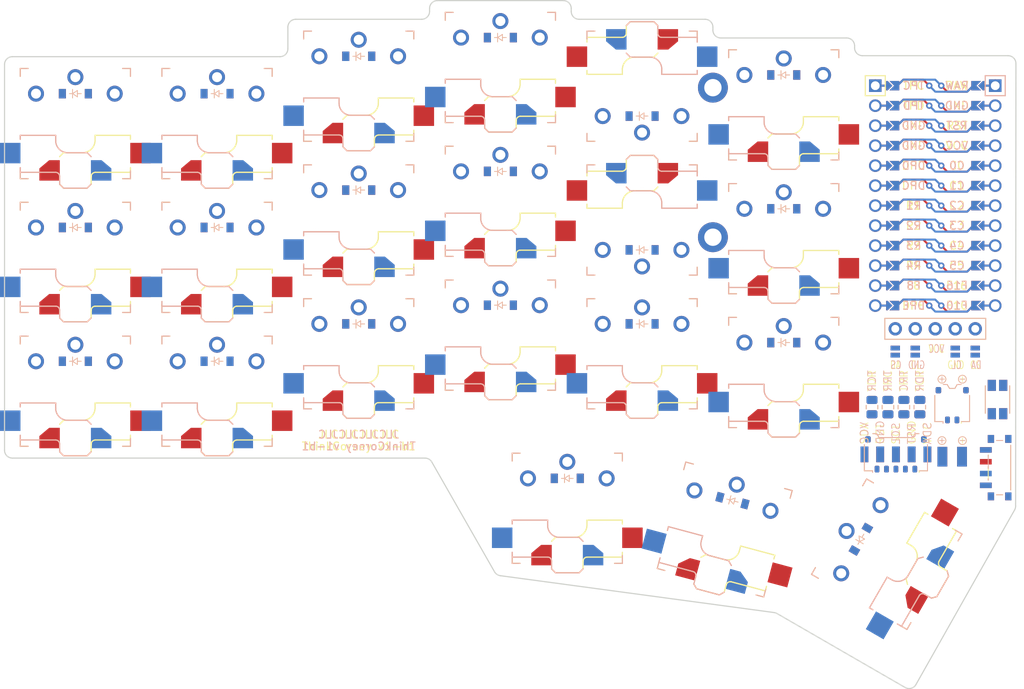
<source format=kicad_pcb>
(kicad_pcb (version 20171130) (host pcbnew 5.1.6)
  (title_block (title think_corney) (rev v1.0.0) (company Unknown))
  (layers (0 F.Cu signal) (31 B.Cu signal) (34 B.Paste user) (35 F.Paste user) (36 B.SilkS user) (37 F.SilkS user) (38 B.Mask user) (39 F.Mask user) (44 Edge.Cuts user))
  (net 0 "")
  (net 1 "C0")
  (net 2 "outer_bottom")
  (net 3 "outer_home")
  (net 4 "outer_top")
  (net 5 "C1")
  (net 6 "pinky_bottom")
  (net 7 "pinky_home")
  (net 8 "pinky_top")
  (net 9 "C2")
  (net 10 "ring_bottom")
  (net 11 "ring_home")
  (net 12 "ring_top")
  (net 13 "C3")
  (net 14 "middle_bottom")
  (net 15 "middle_home")
  (net 16 "middle_top")
  (net 17 "C4")
  (net 18 "index_bottom")
  (net 19 "C5")
  (net 20 "inner_bottom")
  (net 21 "inner_home")
  (net 22 "inner_top")
  (net 23 "outer_cluster")
  (net 24 "home_cluster")
  (net 25 "inner_cluster")
  (net 26 "R3")
  (net 27 "R2")
  (net 28 "R1")
  (net 29 "R4")
  (net 30 "index_home")
  (net 31 "index_top")
  (net 32 "RAW")
  (net 33 "GND")
  (net 34 "RST")
  (net 35 "VCC")
  (net 36 "F16")
  (net 37 "F10")
  (net 38 "TPC")
  (net 39 "TPD")
  (net 40 "DPD")
  (net 41 "DPC")
  (net 42 "F8")
  (net 43 "DPE")
  (net 44 "DISP1_1")
  (net 45 "DISP1_2")
  (net 46 "DISP1_4")
  (net 47 "DISP1_5")
  (net 48 "BAT_P")
  (net 49 "PAD_3")
  (net 50 "PAD_4")
  (net 51 "PAD_5")
  (net 52 "TPR")
  (net 53 "SMD_5_F")
  (net 54 "SMD_5_T")
  (net 55 "SMD_6_F")
  (net 56 "SMD_6_T")
  (module PG1350 (layer F.Cu) (at 100 100 -180)
    (fp_text reference "S1" hide)
    (fp_text value "" hide)
    (pad "" np_thru_hole circle (at 0 0) (size 3.429 3.429) (drill 3.429) (layers *.Cu *.Mask))
    (pad "" np_thru_hole circle (at 5.5 0) (size 1.7018 1.7018) (drill 1.7018) (layers *.Cu *.Mask))
    (pad "" np_thru_hole circle (at -5.5 0) (size 1.7018 1.7018) (drill 1.7018) (layers *.Cu *.Mask))
    (pad "" np_thru_hole circle (at 0 -5.95) (size 3 3) (drill 3) (layers *.Cu *.Mask))
    (pad 2 thru_hole circle (at 0 5.9) (size 2.032 2.032) (drill 1.27) (layers *.Cu *.Mask) (net 2 "outer_bottom"))
    (pad "" np_thru_hole circle (at 5 -3.75) (size 3 3) (drill 3) (layers *.Cu *.Mask))
    (pad 1 connect custom (at -3.275 -5.95 -180) (size 0.5 0.5) (layers B.Cu B.Mask) (options (clearance outline) (anchor rect)) (primitives (gr_poly (pts (xy -1.3 -1.3) (xy -1.3 0.25) (xy -0.05 1.3) (xy 1.3 1.3) (xy 1.3 -1.3)) (width 0))) (net 1 "C0"))
    (pad 2 smd rect (at 8.275 -3.75 -180) (size 2.6 2.6) (layers B.Cu B.Paste B.Mask) (net 2 "outer_bottom"))
    (pad 1 thru_hole circle (at 5 3.8) (size 2.032 2.032) (drill 1.27) (layers *.Cu *.Mask) (net 1 "C0"))
    (pad "" np_thru_hole circle (at -5 -3.75) (size 3 3) (drill 3) (layers *.Cu *.Mask))
    (pad 1 connect custom (at 3.275 -5.95 -180) (size 0.5 0.5) (layers F.Cu F.Mask) (options (clearance outline) (anchor rect)) (primitives (gr_poly (pts (xy -1.3 -1.3) (xy -1.3 1.3) (xy 0.05 1.3) (xy 1.3 0.25) (xy 1.3 -1.3)) (width 0))) (net 1 "C0"))
    (pad 2 smd rect (at -8.275 -3.75 -180) (size 2.6 2.6) (layers F.Cu F.Paste F.Mask) (net 2 "outer_bottom"))
    (pad 1 thru_hole circle (at -5 3.8) (size 2.032 2.032) (drill 1.27) (layers *.Cu *.Mask) (net 1 "C0"))
  )
  (module PG1350 (layer F.Cu) (at 100 83 -180)
    (fp_text reference "S2" hide)
    (fp_text value "" hide)
    (pad "" np_thru_hole circle (at 0 0) (size 3.429 3.429) (drill 3.429) (layers *.Cu *.Mask))
    (pad "" np_thru_hole circle (at 5.5 0) (size 1.7018 1.7018) (drill 1.7018) (layers *.Cu *.Mask))
    (pad "" np_thru_hole circle (at -5.5 0) (size 1.7018 1.7018) (drill 1.7018) (layers *.Cu *.Mask))
    (pad "" np_thru_hole circle (at 0 -5.95) (size 3 3) (drill 3) (layers *.Cu *.Mask))
    (pad 2 thru_hole circle (at 0 5.9) (size 2.032 2.032) (drill 1.27) (layers *.Cu *.Mask) (net 3 "outer_home"))
    (pad "" np_thru_hole circle (at 5 -3.75) (size 3 3) (drill 3) (layers *.Cu *.Mask))
    (pad 1 connect custom (at -3.275 -5.95 -180) (size 0.5 0.5) (layers B.Cu B.Mask) (options (clearance outline) (anchor rect)) (primitives (gr_poly (pts (xy -1.3 -1.3) (xy -1.3 0.25) (xy -0.05 1.3) (xy 1.3 1.3) (xy 1.3 -1.3)) (width 0))) (net 1 "C0"))
    (pad 2 smd rect (at 8.275 -3.75 -180) (size 2.6 2.6) (layers B.Cu B.Paste B.Mask) (net 3 "outer_home"))
    (pad 1 thru_hole circle (at 5 3.8) (size 2.032 2.032) (drill 1.27) (layers *.Cu *.Mask) (net 1 "C0"))
    (pad "" np_thru_hole circle (at -5 -3.75) (size 3 3) (drill 3) (layers *.Cu *.Mask))
    (pad 1 connect custom (at 3.275 -5.95 -180) (size 0.5 0.5) (layers F.Cu F.Mask) (options (clearance outline) (anchor rect)) (primitives (gr_poly (pts (xy -1.3 -1.3) (xy -1.3 1.3) (xy 0.05 1.3) (xy 1.3 0.25) (xy 1.3 -1.3)) (width 0))) (net 1 "C0"))
    (pad 2 smd rect (at -8.275 -3.75 -180) (size 2.6 2.6) (layers F.Cu F.Paste F.Mask) (net 3 "outer_home"))
    (pad 1 thru_hole circle (at -5 3.8) (size 2.032 2.032) (drill 1.27) (layers *.Cu *.Mask) (net 1 "C0"))
  )
  (module PG1350 (layer F.Cu) (at 100 66 -180)
    (fp_text reference "S3" hide)
    (fp_text value "" hide)
    (pad "" np_thru_hole circle (at 0 0) (size 3.429 3.429) (drill 3.429) (layers *.Cu *.Mask))
    (pad "" np_thru_hole circle (at 5.5 0) (size 1.7018 1.7018) (drill 1.7018) (layers *.Cu *.Mask))
    (pad "" np_thru_hole circle (at -5.5 0) (size 1.7018 1.7018) (drill 1.7018) (layers *.Cu *.Mask))
    (pad "" np_thru_hole circle (at 0 -5.95) (size 3 3) (drill 3) (layers *.Cu *.Mask))
    (pad 2 thru_hole circle (at 0 5.9) (size 2.032 2.032) (drill 1.27) (layers *.Cu *.Mask) (net 4 "outer_top"))
    (pad "" np_thru_hole circle (at 5 -3.75) (size 3 3) (drill 3) (layers *.Cu *.Mask))
    (pad 1 connect custom (at -3.275 -5.95 -180) (size 0.5 0.5) (layers B.Cu B.Mask) (options (clearance outline) (anchor rect)) (primitives (gr_poly (pts (xy -1.3 -1.3) (xy -1.3 0.25) (xy -0.05 1.3) (xy 1.3 1.3) (xy 1.3 -1.3)) (width 0))) (net 1 "C0"))
    (pad 2 smd rect (at 8.275 -3.75 -180) (size 2.6 2.6) (layers B.Cu B.Paste B.Mask) (net 4 "outer_top"))
    (pad 1 thru_hole circle (at 5 3.8) (size 2.032 2.032) (drill 1.27) (layers *.Cu *.Mask) (net 1 "C0"))
    (pad "" np_thru_hole circle (at -5 -3.75) (size 3 3) (drill 3) (layers *.Cu *.Mask))
    (pad 1 connect custom (at 3.275 -5.95 -180) (size 0.5 0.5) (layers F.Cu F.Mask) (options (clearance outline) (anchor rect)) (primitives (gr_poly (pts (xy -1.3 -1.3) (xy -1.3 1.3) (xy 0.05 1.3) (xy 1.3 0.25) (xy 1.3 -1.3)) (width 0))) (net 1 "C0"))
    (pad 2 smd rect (at -8.275 -3.75 -180) (size 2.6 2.6) (layers F.Cu F.Paste F.Mask) (net 4 "outer_top"))
    (pad 1 thru_hole circle (at -5 3.8) (size 2.032 2.032) (drill 1.27) (layers *.Cu *.Mask) (net 1 "C0"))
  )
  (module PG1350 (layer F.Cu) (at 118 100 -180)
    (fp_text reference "S4" hide)
    (fp_text value "" hide)
    (pad "" np_thru_hole circle (at 0 0) (size 3.429 3.429) (drill 3.429) (layers *.Cu *.Mask))
    (pad "" np_thru_hole circle (at 5.5 0) (size 1.7018 1.7018) (drill 1.7018) (layers *.Cu *.Mask))
    (pad "" np_thru_hole circle (at -5.5 0) (size 1.7018 1.7018) (drill 1.7018) (layers *.Cu *.Mask))
    (pad "" np_thru_hole circle (at 0 -5.95) (size 3 3) (drill 3) (layers *.Cu *.Mask))
    (pad 2 thru_hole circle (at 0 5.9) (size 2.032 2.032) (drill 1.27) (layers *.Cu *.Mask) (net 6 "pinky_bottom"))
    (pad "" np_thru_hole circle (at 5 -3.75) (size 3 3) (drill 3) (layers *.Cu *.Mask))
    (pad 1 connect custom (at -3.275 -5.95 -180) (size 0.5 0.5) (layers B.Cu B.Mask) (options (clearance outline) (anchor rect)) (primitives (gr_poly (pts (xy -1.3 -1.3) (xy -1.3 0.25) (xy -0.05 1.3) (xy 1.3 1.3) (xy 1.3 -1.3)) (width 0))) (net 5 "C1"))
    (pad 2 smd rect (at 8.275 -3.75 -180) (size 2.6 2.6) (layers B.Cu B.Paste B.Mask) (net 6 "pinky_bottom"))
    (pad 1 thru_hole circle (at 5 3.8) (size 2.032 2.032) (drill 1.27) (layers *.Cu *.Mask) (net 5 "C1"))
    (pad "" np_thru_hole circle (at -5 -3.75) (size 3 3) (drill 3) (layers *.Cu *.Mask))
    (pad 1 connect custom (at 3.275 -5.95 -180) (size 0.5 0.5) (layers F.Cu F.Mask) (options (clearance outline) (anchor rect)) (primitives (gr_poly (pts (xy -1.3 -1.3) (xy -1.3 1.3) (xy 0.05 1.3) (xy 1.3 0.25) (xy 1.3 -1.3)) (width 0))) (net 5 "C1"))
    (pad 2 smd rect (at -8.275 -3.75 -180) (size 2.6 2.6) (layers F.Cu F.Paste F.Mask) (net 6 "pinky_bottom"))
    (pad 1 thru_hole circle (at -5 3.8) (size 2.032 2.032) (drill 1.27) (layers *.Cu *.Mask) (net 5 "C1"))
  )
  (module PG1350 (layer F.Cu) (at 118 83 -180)
    (fp_text reference "S5" hide)
    (fp_text value "" hide)
    (pad "" np_thru_hole circle (at 0 0) (size 3.429 3.429) (drill 3.429) (layers *.Cu *.Mask))
    (pad "" np_thru_hole circle (at 5.5 0) (size 1.7018 1.7018) (drill 1.7018) (layers *.Cu *.Mask))
    (pad "" np_thru_hole circle (at -5.5 0) (size 1.7018 1.7018) (drill 1.7018) (layers *.Cu *.Mask))
    (pad "" np_thru_hole circle (at 0 -5.95) (size 3 3) (drill 3) (layers *.Cu *.Mask))
    (pad 2 thru_hole circle (at 0 5.9) (size 2.032 2.032) (drill 1.27) (layers *.Cu *.Mask) (net 7 "pinky_home"))
    (pad "" np_thru_hole circle (at 5 -3.75) (size 3 3) (drill 3) (layers *.Cu *.Mask))
    (pad 1 connect custom (at -3.275 -5.95 -180) (size 0.5 0.5) (layers B.Cu B.Mask) (options (clearance outline) (anchor rect)) (primitives (gr_poly (pts (xy -1.3 -1.3) (xy -1.3 0.25) (xy -0.05 1.3) (xy 1.3 1.3) (xy 1.3 -1.3)) (width 0))) (net 5 "C1"))
    (pad 2 smd rect (at 8.275 -3.75 -180) (size 2.6 2.6) (layers B.Cu B.Paste B.Mask) (net 7 "pinky_home"))
    (pad 1 thru_hole circle (at 5 3.8) (size 2.032 2.032) (drill 1.27) (layers *.Cu *.Mask) (net 5 "C1"))
    (pad "" np_thru_hole circle (at -5 -3.75) (size 3 3) (drill 3) (layers *.Cu *.Mask))
    (pad 1 connect custom (at 3.275 -5.95 -180) (size 0.5 0.5) (layers F.Cu F.Mask) (options (clearance outline) (anchor rect)) (primitives (gr_poly (pts (xy -1.3 -1.3) (xy -1.3 1.3) (xy 0.05 1.3) (xy 1.3 0.25) (xy 1.3 -1.3)) (width 0))) (net 5 "C1"))
    (pad 2 smd rect (at -8.275 -3.75 -180) (size 2.6 2.6) (layers F.Cu F.Paste F.Mask) (net 7 "pinky_home"))
    (pad 1 thru_hole circle (at -5 3.8) (size 2.032 2.032) (drill 1.27) (layers *.Cu *.Mask) (net 5 "C1"))
  )
  (module PG1350 (layer F.Cu) (at 118 66 -180)
    (fp_text reference "S6" hide)
    (fp_text value "" hide)
    (pad "" np_thru_hole circle (at 0 0) (size 3.429 3.429) (drill 3.429) (layers *.Cu *.Mask))
    (pad "" np_thru_hole circle (at 5.5 0) (size 1.7018 1.7018) (drill 1.7018) (layers *.Cu *.Mask))
    (pad "" np_thru_hole circle (at -5.5 0) (size 1.7018 1.7018) (drill 1.7018) (layers *.Cu *.Mask))
    (pad "" np_thru_hole circle (at 0 -5.95) (size 3 3) (drill 3) (layers *.Cu *.Mask))
    (pad 2 thru_hole circle (at 0 5.9) (size 2.032 2.032) (drill 1.27) (layers *.Cu *.Mask) (net 8 "pinky_top"))
    (pad "" np_thru_hole circle (at 5 -3.75) (size 3 3) (drill 3) (layers *.Cu *.Mask))
    (pad 1 connect custom (at -3.275 -5.95 -180) (size 0.5 0.5) (layers B.Cu B.Mask) (options (clearance outline) (anchor rect)) (primitives (gr_poly (pts (xy -1.3 -1.3) (xy -1.3 0.25) (xy -0.05 1.3) (xy 1.3 1.3) (xy 1.3 -1.3)) (width 0))) (net 5 "C1"))
    (pad 2 smd rect (at 8.275 -3.75 -180) (size 2.6 2.6) (layers B.Cu B.Paste B.Mask) (net 8 "pinky_top"))
    (pad 1 thru_hole circle (at 5 3.8) (size 2.032 2.032) (drill 1.27) (layers *.Cu *.Mask) (net 5 "C1"))
    (pad "" np_thru_hole circle (at -5 -3.75) (size 3 3) (drill 3) (layers *.Cu *.Mask))
    (pad 1 connect custom (at 3.275 -5.95 -180) (size 0.5 0.5) (layers F.Cu F.Mask) (options (clearance outline) (anchor rect)) (primitives (gr_poly (pts (xy -1.3 -1.3) (xy -1.3 1.3) (xy 0.05 1.3) (xy 1.3 0.25) (xy 1.3 -1.3)) (width 0))) (net 5 "C1"))
    (pad 2 smd rect (at -8.275 -3.75 -180) (size 2.6 2.6) (layers F.Cu F.Paste F.Mask) (net 8 "pinky_top"))
    (pad 1 thru_hole circle (at -5 3.8) (size 2.032 2.032) (drill 1.27) (layers *.Cu *.Mask) (net 5 "C1"))
  )
  (module PG1350 (layer F.Cu) (at 136 95.25 -180)
    (fp_text reference "S7" hide)
    (fp_text value "" hide)
    (pad "" np_thru_hole circle (at 0 0) (size 3.429 3.429) (drill 3.429) (layers *.Cu *.Mask))
    (pad "" np_thru_hole circle (at 5.5 0) (size 1.7018 1.7018) (drill 1.7018) (layers *.Cu *.Mask))
    (pad "" np_thru_hole circle (at -5.5 0) (size 1.7018 1.7018) (drill 1.7018) (layers *.Cu *.Mask))
    (pad "" np_thru_hole circle (at 0 -5.95) (size 3 3) (drill 3) (layers *.Cu *.Mask))
    (pad 2 thru_hole circle (at 0 5.9) (size 2.032 2.032) (drill 1.27) (layers *.Cu *.Mask) (net 10 "ring_bottom"))
    (pad "" np_thru_hole circle (at 5 -3.75) (size 3 3) (drill 3) (layers *.Cu *.Mask))
    (pad 1 connect custom (at -3.275 -5.95 -180) (size 0.5 0.5) (layers B.Cu B.Mask) (options (clearance outline) (anchor rect)) (primitives (gr_poly (pts (xy -1.3 -1.3) (xy -1.3 0.25) (xy -0.05 1.3) (xy 1.3 1.3) (xy 1.3 -1.3)) (width 0))) (net 9 "C2"))
    (pad 2 smd rect (at 8.275 -3.75 -180) (size 2.6 2.6) (layers B.Cu B.Paste B.Mask) (net 10 "ring_bottom"))
    (pad 1 thru_hole circle (at 5 3.8) (size 2.032 2.032) (drill 1.27) (layers *.Cu *.Mask) (net 9 "C2"))
    (pad "" np_thru_hole circle (at -5 -3.75) (size 3 3) (drill 3) (layers *.Cu *.Mask))
    (pad 1 connect custom (at 3.275 -5.95 -180) (size 0.5 0.5) (layers F.Cu F.Mask) (options (clearance outline) (anchor rect)) (primitives (gr_poly (pts (xy -1.3 -1.3) (xy -1.3 1.3) (xy 0.05 1.3) (xy 1.3 0.25) (xy 1.3 -1.3)) (width 0))) (net 9 "C2"))
    (pad 2 smd rect (at -8.275 -3.75 -180) (size 2.6 2.6) (layers F.Cu F.Paste F.Mask) (net 10 "ring_bottom"))
    (pad 1 thru_hole circle (at -5 3.8) (size 2.032 2.032) (drill 1.27) (layers *.Cu *.Mask) (net 9 "C2"))
  )
  (module PG1350 (layer F.Cu) (at 136 78.25 -180)
    (fp_text reference "S8" hide)
    (fp_text value "" hide)
    (pad "" np_thru_hole circle (at 0 0) (size 3.429 3.429) (drill 3.429) (layers *.Cu *.Mask))
    (pad "" np_thru_hole circle (at 5.5 0) (size 1.7018 1.7018) (drill 1.7018) (layers *.Cu *.Mask))
    (pad "" np_thru_hole circle (at -5.5 0) (size 1.7018 1.7018) (drill 1.7018) (layers *.Cu *.Mask))
    (pad "" np_thru_hole circle (at 0 -5.95) (size 3 3) (drill 3) (layers *.Cu *.Mask))
    (pad 2 thru_hole circle (at 0 5.9) (size 2.032 2.032) (drill 1.27) (layers *.Cu *.Mask) (net 11 "ring_home"))
    (pad "" np_thru_hole circle (at 5 -3.75) (size 3 3) (drill 3) (layers *.Cu *.Mask))
    (pad 1 connect custom (at -3.275 -5.95 -180) (size 0.5 0.5) (layers B.Cu B.Mask) (options (clearance outline) (anchor rect)) (primitives (gr_poly (pts (xy -1.3 -1.3) (xy -1.3 0.25) (xy -0.05 1.3) (xy 1.3 1.3) (xy 1.3 -1.3)) (width 0))) (net 9 "C2"))
    (pad 2 smd rect (at 8.275 -3.75 -180) (size 2.6 2.6) (layers B.Cu B.Paste B.Mask) (net 11 "ring_home"))
    (pad 1 thru_hole circle (at 5 3.8) (size 2.032 2.032) (drill 1.27) (layers *.Cu *.Mask) (net 9 "C2"))
    (pad "" np_thru_hole circle (at -5 -3.75) (size 3 3) (drill 3) (layers *.Cu *.Mask))
    (pad 1 connect custom (at 3.275 -5.95 -180) (size 0.5 0.5) (layers F.Cu F.Mask) (options (clearance outline) (anchor rect)) (primitives (gr_poly (pts (xy -1.3 -1.3) (xy -1.3 1.3) (xy 0.05 1.3) (xy 1.3 0.25) (xy 1.3 -1.3)) (width 0))) (net 9 "C2"))
    (pad 2 smd rect (at -8.275 -3.75 -180) (size 2.6 2.6) (layers F.Cu F.Paste F.Mask) (net 11 "ring_home"))
    (pad 1 thru_hole circle (at -5 3.8) (size 2.032 2.032) (drill 1.27) (layers *.Cu *.Mask) (net 9 "C2"))
  )
  (module PG1350 (layer F.Cu) (at 136 61.25 -180)
    (fp_text reference "S9" hide)
    (fp_text value "" hide)
    (pad "" np_thru_hole circle (at 0 0) (size 3.429 3.429) (drill 3.429) (layers *.Cu *.Mask))
    (pad "" np_thru_hole circle (at 5.5 0) (size 1.7018 1.7018) (drill 1.7018) (layers *.Cu *.Mask))
    (pad "" np_thru_hole circle (at -5.5 0) (size 1.7018 1.7018) (drill 1.7018) (layers *.Cu *.Mask))
    (pad "" np_thru_hole circle (at 0 -5.95) (size 3 3) (drill 3) (layers *.Cu *.Mask))
    (pad 2 thru_hole circle (at 0 5.9) (size 2.032 2.032) (drill 1.27) (layers *.Cu *.Mask) (net 12 "ring_top"))
    (pad "" np_thru_hole circle (at 5 -3.75) (size 3 3) (drill 3) (layers *.Cu *.Mask))
    (pad 1 connect custom (at -3.275 -5.95 -180) (size 0.5 0.5) (layers B.Cu B.Mask) (options (clearance outline) (anchor rect)) (primitives (gr_poly (pts (xy -1.3 -1.3) (xy -1.3 0.25) (xy -0.05 1.3) (xy 1.3 1.3) (xy 1.3 -1.3)) (width 0))) (net 9 "C2"))
    (pad 2 smd rect (at 8.275 -3.75 -180) (size 2.6 2.6) (layers B.Cu B.Paste B.Mask) (net 12 "ring_top"))
    (pad 1 thru_hole circle (at 5 3.8) (size 2.032 2.032) (drill 1.27) (layers *.Cu *.Mask) (net 9 "C2"))
    (pad "" np_thru_hole circle (at -5 -3.75) (size 3 3) (drill 3) (layers *.Cu *.Mask))
    (pad 1 connect custom (at 3.275 -5.95 -180) (size 0.5 0.5) (layers F.Cu F.Mask) (options (clearance outline) (anchor rect)) (primitives (gr_poly (pts (xy -1.3 -1.3) (xy -1.3 1.3) (xy 0.05 1.3) (xy 1.3 0.25) (xy 1.3 -1.3)) (width 0))) (net 9 "C2"))
    (pad 2 smd rect (at -8.275 -3.75 -180) (size 2.6 2.6) (layers F.Cu F.Paste F.Mask) (net 12 "ring_top"))
    (pad 1 thru_hole circle (at -5 3.8) (size 2.032 2.032) (drill 1.27) (layers *.Cu *.Mask) (net 9 "C2"))
  )
  (module PG1350 (layer F.Cu) (at 154 92.875 -180)
    (fp_text reference "S10" hide)
    (fp_text value "" hide)
    (pad "" np_thru_hole circle (at 0 0) (size 3.429 3.429) (drill 3.429) (layers *.Cu *.Mask))
    (pad "" np_thru_hole circle (at 5.5 0) (size 1.7018 1.7018) (drill 1.7018) (layers *.Cu *.Mask))
    (pad "" np_thru_hole circle (at -5.5 0) (size 1.7018 1.7018) (drill 1.7018) (layers *.Cu *.Mask))
    (pad "" np_thru_hole circle (at 0 -5.95) (size 3 3) (drill 3) (layers *.Cu *.Mask))
    (pad 2 thru_hole circle (at 0 5.9) (size 2.032 2.032) (drill 1.27) (layers *.Cu *.Mask) (net 14 "middle_bottom"))
    (pad "" np_thru_hole circle (at 5 -3.75) (size 3 3) (drill 3) (layers *.Cu *.Mask))
    (pad 1 connect custom (at -3.275 -5.95 -180) (size 0.5 0.5) (layers B.Cu B.Mask) (options (clearance outline) (anchor rect)) (primitives (gr_poly (pts (xy -1.3 -1.3) (xy -1.3 0.25) (xy -0.05 1.3) (xy 1.3 1.3) (xy 1.3 -1.3)) (width 0))) (net 13 "C3"))
    (pad 2 smd rect (at 8.275 -3.75 -180) (size 2.6 2.6) (layers B.Cu B.Paste B.Mask) (net 14 "middle_bottom"))
    (pad 1 thru_hole circle (at 5 3.8) (size 2.032 2.032) (drill 1.27) (layers *.Cu *.Mask) (net 13 "C3"))
    (pad "" np_thru_hole circle (at -5 -3.75) (size 3 3) (drill 3) (layers *.Cu *.Mask))
    (pad 1 connect custom (at 3.275 -5.95 -180) (size 0.5 0.5) (layers F.Cu F.Mask) (options (clearance outline) (anchor rect)) (primitives (gr_poly (pts (xy -1.3 -1.3) (xy -1.3 1.3) (xy 0.05 1.3) (xy 1.3 0.25) (xy 1.3 -1.3)) (width 0))) (net 13 "C3"))
    (pad 2 smd rect (at -8.275 -3.75 -180) (size 2.6 2.6) (layers F.Cu F.Paste F.Mask) (net 14 "middle_bottom"))
    (pad 1 thru_hole circle (at -5 3.8) (size 2.032 2.032) (drill 1.27) (layers *.Cu *.Mask) (net 13 "C3"))
  )
  (module PG1350 (layer F.Cu) (at 154 75.875 -180)
    (fp_text reference "S11" hide)
    (fp_text value "" hide)
    (pad "" np_thru_hole circle (at 0 0) (size 3.429 3.429) (drill 3.429) (layers *.Cu *.Mask))
    (pad "" np_thru_hole circle (at 5.5 0) (size 1.7018 1.7018) (drill 1.7018) (layers *.Cu *.Mask))
    (pad "" np_thru_hole circle (at -5.5 0) (size 1.7018 1.7018) (drill 1.7018) (layers *.Cu *.Mask))
    (pad "" np_thru_hole circle (at 0 -5.95) (size 3 3) (drill 3) (layers *.Cu *.Mask))
    (pad 2 thru_hole circle (at 0 5.9) (size 2.032 2.032) (drill 1.27) (layers *.Cu *.Mask) (net 15 "middle_home"))
    (pad "" np_thru_hole circle (at 5 -3.75) (size 3 3) (drill 3) (layers *.Cu *.Mask))
    (pad 1 connect custom (at -3.275 -5.95 -180) (size 0.5 0.5) (layers B.Cu B.Mask) (options (clearance outline) (anchor rect)) (primitives (gr_poly (pts (xy -1.3 -1.3) (xy -1.3 0.25) (xy -0.05 1.3) (xy 1.3 1.3) (xy 1.3 -1.3)) (width 0))) (net 13 "C3"))
    (pad 2 smd rect (at 8.275 -3.75 -180) (size 2.6 2.6) (layers B.Cu B.Paste B.Mask) (net 15 "middle_home"))
    (pad 1 thru_hole circle (at 5 3.8) (size 2.032 2.032) (drill 1.27) (layers *.Cu *.Mask) (net 13 "C3"))
    (pad "" np_thru_hole circle (at -5 -3.75) (size 3 3) (drill 3) (layers *.Cu *.Mask))
    (pad 1 connect custom (at 3.275 -5.95 -180) (size 0.5 0.5) (layers F.Cu F.Mask) (options (clearance outline) (anchor rect)) (primitives (gr_poly (pts (xy -1.3 -1.3) (xy -1.3 1.3) (xy 0.05 1.3) (xy 1.3 0.25) (xy 1.3 -1.3)) (width 0))) (net 13 "C3"))
    (pad 2 smd rect (at -8.275 -3.75 -180) (size 2.6 2.6) (layers F.Cu F.Paste F.Mask) (net 15 "middle_home"))
    (pad 1 thru_hole circle (at -5 3.8) (size 2.032 2.032) (drill 1.27) (layers *.Cu *.Mask) (net 13 "C3"))
  )
  (module PG1350 (layer F.Cu) (at 154 58.875 -180)
    (fp_text reference "S12" hide)
    (fp_text value "" hide)
    (pad "" np_thru_hole circle (at 0 0) (size 3.429 3.429) (drill 3.429) (layers *.Cu *.Mask))
    (pad "" np_thru_hole circle (at 5.5 0) (size 1.7018 1.7018) (drill 1.7018) (layers *.Cu *.Mask))
    (pad "" np_thru_hole circle (at -5.5 0) (size 1.7018 1.7018) (drill 1.7018) (layers *.Cu *.Mask))
    (pad "" np_thru_hole circle (at 0 -5.95) (size 3 3) (drill 3) (layers *.Cu *.Mask))
    (pad 2 thru_hole circle (at 0 5.9) (size 2.032 2.032) (drill 1.27) (layers *.Cu *.Mask) (net 16 "middle_top"))
    (pad "" np_thru_hole circle (at 5 -3.75) (size 3 3) (drill 3) (layers *.Cu *.Mask))
    (pad 1 connect custom (at -3.275 -5.95 -180) (size 0.5 0.5) (layers B.Cu B.Mask) (options (clearance outline) (anchor rect)) (primitives (gr_poly (pts (xy -1.3 -1.3) (xy -1.3 0.25) (xy -0.05 1.3) (xy 1.3 1.3) (xy 1.3 -1.3)) (width 0))) (net 13 "C3"))
    (pad 2 smd rect (at 8.275 -3.75 -180) (size 2.6 2.6) (layers B.Cu B.Paste B.Mask) (net 16 "middle_top"))
    (pad 1 thru_hole circle (at 5 3.8) (size 2.032 2.032) (drill 1.27) (layers *.Cu *.Mask) (net 13 "C3"))
    (pad "" np_thru_hole circle (at -5 -3.75) (size 3 3) (drill 3) (layers *.Cu *.Mask))
    (pad 1 connect custom (at 3.275 -5.95 -180) (size 0.5 0.5) (layers F.Cu F.Mask) (options (clearance outline) (anchor rect)) (primitives (gr_poly (pts (xy -1.3 -1.3) (xy -1.3 1.3) (xy 0.05 1.3) (xy 1.3 0.25) (xy 1.3 -1.3)) (width 0))) (net 13 "C3"))
    (pad 2 smd rect (at -8.275 -3.75 -180) (size 2.6 2.6) (layers F.Cu F.Paste F.Mask) (net 16 "middle_top"))
    (pad 1 thru_hole circle (at -5 3.8) (size 2.032 2.032) (drill 1.27) (layers *.Cu *.Mask) (net 13 "C3"))
  )
  (module PG1350 (layer F.Cu) (at 172 95.25 -180)
    (fp_text reference "S13" hide)
    (fp_text value "" hide)
    (pad "" np_thru_hole circle (at 0 0) (size 3.429 3.429) (drill 3.429) (layers *.Cu *.Mask))
    (pad "" np_thru_hole circle (at 5.5 0) (size 1.7018 1.7018) (drill 1.7018) (layers *.Cu *.Mask))
    (pad "" np_thru_hole circle (at -5.5 0) (size 1.7018 1.7018) (drill 1.7018) (layers *.Cu *.Mask))
    (pad "" np_thru_hole circle (at 0 -5.95) (size 3 3) (drill 3) (layers *.Cu *.Mask))
    (pad 2 thru_hole circle (at 0 5.9) (size 2.032 2.032) (drill 1.27) (layers *.Cu *.Mask) (net 18 "index_bottom"))
    (pad "" np_thru_hole circle (at 5 -3.75) (size 3 3) (drill 3) (layers *.Cu *.Mask))
    (pad 1 connect custom (at -3.275 -5.95 -180) (size 0.5 0.5) (layers B.Cu B.Mask) (options (clearance outline) (anchor rect)) (primitives (gr_poly (pts (xy -1.3 -1.3) (xy -1.3 0.25) (xy -0.05 1.3) (xy 1.3 1.3) (xy 1.3 -1.3)) (width 0))) (net 17 "C4"))
    (pad 2 smd rect (at 8.275 -3.75 -180) (size 2.6 2.6) (layers B.Cu B.Paste B.Mask) (net 18 "index_bottom"))
    (pad 1 thru_hole circle (at 5 3.8) (size 2.032 2.032) (drill 1.27) (layers *.Cu *.Mask) (net 17 "C4"))
    (pad "" np_thru_hole circle (at -5 -3.75) (size 3 3) (drill 3) (layers *.Cu *.Mask))
    (pad 1 connect custom (at 3.275 -5.95 -180) (size 0.5 0.5) (layers F.Cu F.Mask) (options (clearance outline) (anchor rect)) (primitives (gr_poly (pts (xy -1.3 -1.3) (xy -1.3 1.3) (xy 0.05 1.3) (xy 1.3 0.25) (xy 1.3 -1.3)) (width 0))) (net 17 "C4"))
    (pad 2 smd rect (at -8.275 -3.75 -180) (size 2.6 2.6) (layers F.Cu F.Paste F.Mask) (net 18 "index_bottom"))
    (pad 1 thru_hole circle (at -5 3.8) (size 2.032 2.032) (drill 1.27) (layers *.Cu *.Mask) (net 17 "C4"))
  )
  (module PG1350 (layer F.Cu) (at 190 97.625 -180)
    (fp_text reference "S14" hide)
    (fp_text value "" hide)
    (pad "" np_thru_hole circle (at 0 0) (size 3.429 3.429) (drill 3.429) (layers *.Cu *.Mask))
    (pad "" np_thru_hole circle (at 5.5 0) (size 1.7018 1.7018) (drill 1.7018) (layers *.Cu *.Mask))
    (pad "" np_thru_hole circle (at -5.5 0) (size 1.7018 1.7018) (drill 1.7018) (layers *.Cu *.Mask))
    (pad "" np_thru_hole circle (at 0 -5.95) (size 3 3) (drill 3) (layers *.Cu *.Mask))
    (pad 2 thru_hole circle (at 0 5.9) (size 2.032 2.032) (drill 1.27) (layers *.Cu *.Mask) (net 20 "inner_bottom"))
    (pad "" np_thru_hole circle (at 5 -3.75) (size 3 3) (drill 3) (layers *.Cu *.Mask))
    (pad 1 connect custom (at -3.275 -5.95 -180) (size 0.5 0.5) (layers B.Cu B.Mask) (options (clearance outline) (anchor rect)) (primitives (gr_poly (pts (xy -1.3 -1.3) (xy -1.3 0.25) (xy -0.05 1.3) (xy 1.3 1.3) (xy 1.3 -1.3)) (width 0))) (net 19 "C5"))
    (pad 2 smd rect (at 8.275 -3.75 -180) (size 2.6 2.6) (layers B.Cu B.Paste B.Mask) (net 20 "inner_bottom"))
    (pad 1 thru_hole circle (at 5 3.8) (size 2.032 2.032) (drill 1.27) (layers *.Cu *.Mask) (net 19 "C5"))
    (pad "" np_thru_hole circle (at -5 -3.75) (size 3 3) (drill 3) (layers *.Cu *.Mask))
    (pad 1 connect custom (at 3.275 -5.95 -180) (size 0.5 0.5) (layers F.Cu F.Mask) (options (clearance outline) (anchor rect)) (primitives (gr_poly (pts (xy -1.3 -1.3) (xy -1.3 1.3) (xy 0.05 1.3) (xy 1.3 0.25) (xy 1.3 -1.3)) (width 0))) (net 19 "C5"))
    (pad 2 smd rect (at -8.275 -3.75 -180) (size 2.6 2.6) (layers F.Cu F.Paste F.Mask) (net 20 "inner_bottom"))
    (pad 1 thru_hole circle (at -5 3.8) (size 2.032 2.032) (drill 1.27) (layers *.Cu *.Mask) (net 19 "C5"))
  )
  (module PG1350 (layer F.Cu) (at 190 80.625 -180)
    (fp_text reference "S15" hide)
    (fp_text value "" hide)
    (pad "" np_thru_hole circle (at 0 0) (size 3.429 3.429) (drill 3.429) (layers *.Cu *.Mask))
    (pad "" np_thru_hole circle (at 5.5 0) (size 1.7018 1.7018) (drill 1.7018) (layers *.Cu *.Mask))
    (pad "" np_thru_hole circle (at -5.5 0) (size 1.7018 1.7018) (drill 1.7018) (layers *.Cu *.Mask))
    (pad "" np_thru_hole circle (at 0 -5.95) (size 3 3) (drill 3) (layers *.Cu *.Mask))
    (pad 2 thru_hole circle (at 0 5.9) (size 2.032 2.032) (drill 1.27) (layers *.Cu *.Mask) (net 21 "inner_home"))
    (pad "" np_thru_hole circle (at 5 -3.75) (size 3 3) (drill 3) (layers *.Cu *.Mask))
    (pad 1 connect custom (at -3.275 -5.95 -180) (size 0.5 0.5) (layers B.Cu B.Mask) (options (clearance outline) (anchor rect)) (primitives (gr_poly (pts (xy -1.3 -1.3) (xy -1.3 0.25) (xy -0.05 1.3) (xy 1.3 1.3) (xy 1.3 -1.3)) (width 0))) (net 19 "C5"))
    (pad 2 smd rect (at 8.275 -3.75 -180) (size 2.6 2.6) (layers B.Cu B.Paste B.Mask) (net 21 "inner_home"))
    (pad 1 thru_hole circle (at 5 3.8) (size 2.032 2.032) (drill 1.27) (layers *.Cu *.Mask) (net 19 "C5"))
    (pad "" np_thru_hole circle (at -5 -3.75) (size 3 3) (drill 3) (layers *.Cu *.Mask))
    (pad 1 connect custom (at 3.275 -5.95 -180) (size 0.5 0.5) (layers F.Cu F.Mask) (options (clearance outline) (anchor rect)) (primitives (gr_poly (pts (xy -1.3 -1.3) (xy -1.3 1.3) (xy 0.05 1.3) (xy 1.3 0.25) (xy 1.3 -1.3)) (width 0))) (net 19 "C5"))
    (pad 2 smd rect (at -8.275 -3.75 -180) (size 2.6 2.6) (layers F.Cu F.Paste F.Mask) (net 21 "inner_home"))
    (pad 1 thru_hole circle (at -5 3.8) (size 2.032 2.032) (drill 1.27) (layers *.Cu *.Mask) (net 19 "C5"))
  )
  (module PG1350 (layer F.Cu) (at 190 63.625 -180)
    (fp_text reference "S16" hide)
    (fp_text value "" hide)
    (pad "" np_thru_hole circle (at 0 0) (size 3.429 3.429) (drill 3.429) (layers *.Cu *.Mask))
    (pad "" np_thru_hole circle (at 5.5 0) (size 1.7018 1.7018) (drill 1.7018) (layers *.Cu *.Mask))
    (pad "" np_thru_hole circle (at -5.5 0) (size 1.7018 1.7018) (drill 1.7018) (layers *.Cu *.Mask))
    (pad "" np_thru_hole circle (at 0 -5.95) (size 3 3) (drill 3) (layers *.Cu *.Mask))
    (pad 2 thru_hole circle (at 0 5.9) (size 2.032 2.032) (drill 1.27) (layers *.Cu *.Mask) (net 22 "inner_top"))
    (pad "" np_thru_hole circle (at 5 -3.75) (size 3 3) (drill 3) (layers *.Cu *.Mask))
    (pad 1 connect custom (at -3.275 -5.95 -180) (size 0.5 0.5) (layers B.Cu B.Mask) (options (clearance outline) (anchor rect)) (primitives (gr_poly (pts (xy -1.3 -1.3) (xy -1.3 0.25) (xy -0.05 1.3) (xy 1.3 1.3) (xy 1.3 -1.3)) (width 0))) (net 19 "C5"))
    (pad 2 smd rect (at 8.275 -3.75 -180) (size 2.6 2.6) (layers B.Cu B.Paste B.Mask) (net 22 "inner_top"))
    (pad 1 thru_hole circle (at 5 3.8) (size 2.032 2.032) (drill 1.27) (layers *.Cu *.Mask) (net 19 "C5"))
    (pad "" np_thru_hole circle (at -5 -3.75) (size 3 3) (drill 3) (layers *.Cu *.Mask))
    (pad 1 connect custom (at 3.275 -5.95 -180) (size 0.5 0.5) (layers F.Cu F.Mask) (options (clearance outline) (anchor rect)) (primitives (gr_poly (pts (xy -1.3 -1.3) (xy -1.3 1.3) (xy 0.05 1.3) (xy 1.3 0.25) (xy 1.3 -1.3)) (width 0))) (net 19 "C5"))
    (pad 2 smd rect (at -8.275 -3.75 -180) (size 2.6 2.6) (layers F.Cu F.Paste F.Mask) (net 22 "inner_top"))
    (pad 1 thru_hole circle (at -5 3.8) (size 2.032 2.032) (drill 1.27) (layers *.Cu *.Mask) (net 19 "C5"))
  )
  (module PG1350 (layer F.Cu) (at 162.5 114.875 -180)
    (fp_text reference "S17" hide)
    (fp_text value "" hide)
    (pad "" np_thru_hole circle (at 0 0) (size 3.429 3.429) (drill 3.429) (layers *.Cu *.Mask))
    (pad "" np_thru_hole circle (at 5.5 0) (size 1.7018 1.7018) (drill 1.7018) (layers *.Cu *.Mask))
    (pad "" np_thru_hole circle (at -5.5 0) (size 1.7018 1.7018) (drill 1.7018) (layers *.Cu *.Mask))
    (pad "" np_thru_hole circle (at 0 -5.95) (size 3 3) (drill 3) (layers *.Cu *.Mask))
    (pad 2 thru_hole circle (at 0 5.9) (size 2.032 2.032) (drill 1.27) (layers *.Cu *.Mask) (net 23 "outer_cluster"))
    (pad "" np_thru_hole circle (at 5 -3.75) (size 3 3) (drill 3) (layers *.Cu *.Mask))
    (pad 1 connect custom (at -3.275 -5.95 -180) (size 0.5 0.5) (layers B.Cu B.Mask) (options (clearance outline) (anchor rect)) (primitives (gr_poly (pts (xy -1.3 -1.3) (xy -1.3 0.25) (xy -0.05 1.3) (xy 1.3 1.3) (xy 1.3 -1.3)) (width 0))) (net 13 "C3"))
    (pad 2 smd rect (at 8.275 -3.75 -180) (size 2.6 2.6) (layers B.Cu B.Paste B.Mask) (net 23 "outer_cluster"))
    (pad 1 thru_hole circle (at 5 3.8) (size 2.032 2.032) (drill 1.27) (layers *.Cu *.Mask) (net 13 "C3"))
    (pad "" np_thru_hole circle (at -5 -3.75) (size 3 3) (drill 3) (layers *.Cu *.Mask))
    (pad 1 connect custom (at 3.275 -5.95 -180) (size 0.5 0.5) (layers F.Cu F.Mask) (options (clearance outline) (anchor rect)) (primitives (gr_poly (pts (xy -1.3 -1.3) (xy -1.3 1.3) (xy 0.05 1.3) (xy 1.3 0.25) (xy 1.3 -1.3)) (width 0))) (net 13 "C3"))
    (pad 2 smd rect (at -8.275 -3.75 -180) (size 2.6 2.6) (layers F.Cu F.Paste F.Mask) (net 23 "outer_cluster"))
    (pad 1 thru_hole circle (at -5 3.8) (size 2.032 2.032) (drill 1.27) (layers *.Cu *.Mask) (net 13 "C3"))
  )
  (module PG1350 (layer F.Cu) (at 182.5 117.575 -195)
    (fp_text reference "S18" hide)
    (fp_text value "" hide)
    (pad "" np_thru_hole circle (at 0 0) (size 3.429 3.429) (drill 3.429) (layers *.Cu *.Mask))
    (pad "" np_thru_hole circle (at 5.5 0) (size 1.7018 1.7018) (drill 1.7018) (layers *.Cu *.Mask))
    (pad "" np_thru_hole circle (at -5.5 0) (size 1.7018 1.7018) (drill 1.7018) (layers *.Cu *.Mask))
    (pad "" np_thru_hole circle (at 0 -5.95) (size 3 3) (drill 3) (layers *.Cu *.Mask))
    (pad 2 thru_hole circle (at 0 5.9) (size 2.032 2.032) (drill 1.27) (layers *.Cu *.Mask) (net 24 "home_cluster"))
    (pad "" np_thru_hole circle (at 5 -3.75) (size 3 3) (drill 3) (layers *.Cu *.Mask))
    (pad 1 connect custom (at -3.275 -5.95 -195) (size 0.5 0.5) (layers B.Cu B.Mask) (options (clearance outline) (anchor rect)) (primitives (gr_poly (pts (xy -1.3 -1.3) (xy -1.3 0.25) (xy -0.05 1.3) (xy 1.3 1.3) (xy 1.3 -1.3)) (width 0))) (net 17 "C4"))
    (pad 2 smd rect (at 8.275 -3.75 -195) (size 2.6 2.6) (layers B.Cu B.Paste B.Mask) (net 24 "home_cluster"))
    (pad 1 thru_hole circle (at 5 3.8) (size 2.032 2.032) (drill 1.27) (layers *.Cu *.Mask) (net 17 "C4"))
    (pad "" np_thru_hole circle (at -5 -3.75) (size 3 3) (drill 3) (layers *.Cu *.Mask))
    (pad 1 connect custom (at 3.275 -5.95 -195) (size 0.5 0.5) (layers F.Cu F.Mask) (options (clearance outline) (anchor rect)) (primitives (gr_poly (pts (xy -1.3 -1.3) (xy -1.3 1.3) (xy 0.05 1.3) (xy 1.3 0.25) (xy 1.3 -1.3)) (width 0))) (net 17 "C4"))
    (pad 2 smd rect (at -8.275 -3.75 -195) (size 2.6 2.6) (layers F.Cu F.Paste F.Mask) (net 24 "home_cluster"))
    (pad 1 thru_hole circle (at -5 3.8) (size 2.032 2.032) (drill 1.27) (layers *.Cu *.Mask) (net 17 "C4"))
  )
  (module PG1350 (layer F.Cu) (at 203.0899484 120.7109248 -120)
    (fp_text reference "S19" hide)
    (fp_text value "" hide)
    (pad "" np_thru_hole circle (at 0 0) (size 3.429 3.429) (drill 3.429) (layers *.Cu *.Mask))
    (pad "" np_thru_hole circle (at 5.5 0) (size 1.7018 1.7018) (drill 1.7018) (layers *.Cu *.Mask))
    (pad "" np_thru_hole circle (at -5.5 0) (size 1.7018 1.7018) (drill 1.7018) (layers *.Cu *.Mask))
    (pad "" np_thru_hole circle (at 0 -5.95) (size 3 3) (drill 3) (layers *.Cu *.Mask))
    (pad 2 thru_hole circle (at 0 5.9) (size 2.032 2.032) (drill 1.27) (layers *.Cu *.Mask) (net 25 "inner_cluster"))
    (pad "" np_thru_hole circle (at 5 -3.75) (size 3 3) (drill 3) (layers *.Cu *.Mask))
    (pad 1 connect custom (at -3.275 -5.95 -120) (size 0.5 0.5) (layers B.Cu B.Mask) (options (clearance outline) (anchor rect)) (primitives (gr_poly (pts (xy -1.3 -1.3) (xy -1.3 0.25) (xy -0.05 1.3) (xy 1.3 1.3) (xy 1.3 -1.3)) (width 0))) (net 19 "C5"))
    (pad 2 smd rect (at 8.275 -3.75 -120) (size 2.6 2.6) (layers B.Cu B.Paste B.Mask) (net 25 "inner_cluster"))
    (pad 1 thru_hole circle (at 5 3.8) (size 2.032 2.032) (drill 1.27) (layers *.Cu *.Mask) (net 19 "C5"))
    (pad "" np_thru_hole circle (at -5 -3.75) (size 3 3) (drill 3) (layers *.Cu *.Mask))
    (pad 1 connect custom (at 3.275 -5.95 -120) (size 0.5 0.5) (layers F.Cu F.Mask) (options (clearance outline) (anchor rect)) (primitives (gr_poly (pts (xy -1.3 -1.3) (xy -1.3 1.3) (xy 0.05 1.3) (xy 1.3 0.25) (xy 1.3 -1.3)) (width 0))) (net 19 "C5"))
    (pad 2 smd rect (at -8.275 -3.75 -120) (size 2.6 2.6) (layers F.Cu F.Paste F.Mask) (net 25 "inner_cluster"))
    (pad 1 thru_hole circle (at -5 3.8) (size 2.032 2.032) (drill 1.27) (layers *.Cu *.Mask) (net 19 "C5"))
  )
  (module ComboDiode (layer F.Cu) (at 100 96.2 0)
    (fp_text reference "D1" hide)
    (fp_text value "" hide)
    (pad 1 smd rect (at -1.65 0 0) (size 0.9 1.2) (layers F.Cu F.Paste F.Mask) (net 26 "R3"))
    (pad 2 smd rect (at 1.65 0 0) (size 0.9 1.2) (layers B.Cu B.Paste B.Mask) (net 2 "outer_bottom"))
    (pad 1 smd rect (at -1.65 0 0) (size 0.9 1.2) (layers B.Cu B.Paste B.Mask) (net 26 "R3"))
    (pad 2 smd rect (at 1.65 0 0) (size 0.9 1.2) (layers F.Cu F.Paste F.Mask) (net 2 "outer_bottom"))
  )
  (module ComboDiode (layer F.Cu) (at 100 79.2 0)
    (fp_text reference "D2" hide)
    (fp_text value "" hide)
    (pad 1 smd rect (at -1.65 0 0) (size 0.9 1.2) (layers F.Cu F.Paste F.Mask) (net 27 "R2"))
    (pad 2 smd rect (at 1.65 0 0) (size 0.9 1.2) (layers B.Cu B.Paste B.Mask) (net 3 "outer_home"))
    (pad 1 smd rect (at -1.65 0 0) (size 0.9 1.2) (layers B.Cu B.Paste B.Mask) (net 27 "R2"))
    (pad 2 smd rect (at 1.65 0 0) (size 0.9 1.2) (layers F.Cu F.Paste F.Mask) (net 3 "outer_home"))
  )
  (module ComboDiode (layer F.Cu) (at 100 62.2 0)
    (fp_text reference "D3" hide)
    (fp_text value "" hide)
    (pad 1 smd rect (at -1.65 0 0) (size 0.9 1.2) (layers F.Cu F.Paste F.Mask) (net 28 "R1"))
    (pad 2 smd rect (at 1.65 0 0) (size 0.9 1.2) (layers B.Cu B.Paste B.Mask) (net 4 "outer_top"))
    (pad 1 smd rect (at -1.65 0 0) (size 0.9 1.2) (layers B.Cu B.Paste B.Mask) (net 28 "R1"))
    (pad 2 smd rect (at 1.65 0 0) (size 0.9 1.2) (layers F.Cu F.Paste F.Mask) (net 4 "outer_top"))
  )
  (module ComboDiode (layer F.Cu) (at 118 96.2 0)
    (fp_text reference "D4" hide)
    (fp_text value "" hide)
    (pad 1 smd rect (at -1.65 0 0) (size 0.9 1.2) (layers F.Cu F.Paste F.Mask) (net 26 "R3"))
    (pad 2 smd rect (at 1.65 0 0) (size 0.9 1.2) (layers B.Cu B.Paste B.Mask) (net 6 "pinky_bottom"))
    (pad 1 smd rect (at -1.65 0 0) (size 0.9 1.2) (layers B.Cu B.Paste B.Mask) (net 26 "R3"))
    (pad 2 smd rect (at 1.65 0 0) (size 0.9 1.2) (layers F.Cu F.Paste F.Mask) (net 6 "pinky_bottom"))
  )
  (module ComboDiode (layer F.Cu) (at 118 79.2 0)
    (fp_text reference "D5" hide)
    (fp_text value "" hide)
    (pad 1 smd rect (at -1.65 0 0) (size 0.9 1.2) (layers F.Cu F.Paste F.Mask) (net 27 "R2"))
    (pad 2 smd rect (at 1.65 0 0) (size 0.9 1.2) (layers B.Cu B.Paste B.Mask) (net 7 "pinky_home"))
    (pad 1 smd rect (at -1.65 0 0) (size 0.9 1.2) (layers B.Cu B.Paste B.Mask) (net 27 "R2"))
    (pad 2 smd rect (at 1.65 0 0) (size 0.9 1.2) (layers F.Cu F.Paste F.Mask) (net 7 "pinky_home"))
  )
  (module ComboDiode (layer F.Cu) (at 118 62.2 0)
    (fp_text reference "D6" hide)
    (fp_text value "" hide)
    (pad 1 smd rect (at -1.65 0 0) (size 0.9 1.2) (layers F.Cu F.Paste F.Mask) (net 28 "R1"))
    (pad 2 smd rect (at 1.65 0 0) (size 0.9 1.2) (layers B.Cu B.Paste B.Mask) (net 8 "pinky_top"))
    (pad 1 smd rect (at -1.65 0 0) (size 0.9 1.2) (layers B.Cu B.Paste B.Mask) (net 28 "R1"))
    (pad 2 smd rect (at 1.65 0 0) (size 0.9 1.2) (layers F.Cu F.Paste F.Mask) (net 8 "pinky_top"))
  )
  (module ComboDiode (layer F.Cu) (at 136 91.45 0)
    (fp_text reference "D7" hide)
    (fp_text value "" hide)
    (pad 1 smd rect (at -1.65 0 0) (size 0.9 1.2) (layers F.Cu F.Paste F.Mask) (net 26 "R3"))
    (pad 2 smd rect (at 1.65 0 0) (size 0.9 1.2) (layers B.Cu B.Paste B.Mask) (net 10 "ring_bottom"))
    (pad 1 smd rect (at -1.65 0 0) (size 0.9 1.2) (layers B.Cu B.Paste B.Mask) (net 26 "R3"))
    (pad 2 smd rect (at 1.65 0 0) (size 0.9 1.2) (layers F.Cu F.Paste F.Mask) (net 10 "ring_bottom"))
  )
  (module ComboDiode (layer F.Cu) (at 136 74.45 0)
    (fp_text reference "D8" hide)
    (fp_text value "" hide)
    (pad 1 smd rect (at -1.65 0 0) (size 0.9 1.2) (layers F.Cu F.Paste F.Mask) (net 27 "R2"))
    (pad 2 smd rect (at 1.65 0 0) (size 0.9 1.2) (layers B.Cu B.Paste B.Mask) (net 11 "ring_home"))
    (pad 1 smd rect (at -1.65 0 0) (size 0.9 1.2) (layers B.Cu B.Paste B.Mask) (net 27 "R2"))
    (pad 2 smd rect (at 1.65 0 0) (size 0.9 1.2) (layers F.Cu F.Paste F.Mask) (net 11 "ring_home"))
  )
  (module ComboDiode (layer F.Cu) (at 136 57.45 0)
    (fp_text reference "D9" hide)
    (fp_text value "" hide)
    (pad 1 smd rect (at -1.65 0 0) (size 0.9 1.2) (layers F.Cu F.Paste F.Mask) (net 28 "R1"))
    (pad 2 smd rect (at 1.65 0 0) (size 0.9 1.2) (layers B.Cu B.Paste B.Mask) (net 12 "ring_top"))
    (pad 1 smd rect (at -1.65 0 0) (size 0.9 1.2) (layers B.Cu B.Paste B.Mask) (net 28 "R1"))
    (pad 2 smd rect (at 1.65 0 0) (size 0.9 1.2) (layers F.Cu F.Paste F.Mask) (net 12 "ring_top"))
  )
  (module ComboDiode (layer F.Cu) (at 154 89.075 0)
    (fp_text reference "D10" hide)
    (fp_text value "" hide)
    (pad 1 smd rect (at -1.65 0 0) (size 0.9 1.2) (layers F.Cu F.Paste F.Mask) (net 26 "R3"))
    (pad 2 smd rect (at 1.65 0 0) (size 0.9 1.2) (layers B.Cu B.Paste B.Mask) (net 14 "middle_bottom"))
    (pad 1 smd rect (at -1.65 0 0) (size 0.9 1.2) (layers B.Cu B.Paste B.Mask) (net 26 "R3"))
    (pad 2 smd rect (at 1.65 0 0) (size 0.9 1.2) (layers F.Cu F.Paste F.Mask) (net 14 "middle_bottom"))
  )
  (module ComboDiode (layer F.Cu) (at 154 72.075 0)
    (fp_text reference "D11" hide)
    (fp_text value "" hide)
    (pad 1 smd rect (at -1.65 0 0) (size 0.9 1.2) (layers F.Cu F.Paste F.Mask) (net 27 "R2"))
    (pad 2 smd rect (at 1.65 0 0) (size 0.9 1.2) (layers B.Cu B.Paste B.Mask) (net 15 "middle_home"))
    (pad 1 smd rect (at -1.65 0 0) (size 0.9 1.2) (layers B.Cu B.Paste B.Mask) (net 27 "R2"))
    (pad 2 smd rect (at 1.65 0 0) (size 0.9 1.2) (layers F.Cu F.Paste F.Mask) (net 15 "middle_home"))
  )
  (module ComboDiode (layer F.Cu) (at 154 55.075 0)
    (fp_text reference "D12" hide)
    (fp_text value "" hide)
    (pad 1 smd rect (at -1.65 0 0) (size 0.9 1.2) (layers F.Cu F.Paste F.Mask) (net 28 "R1"))
    (pad 2 smd rect (at 1.65 0 0) (size 0.9 1.2) (layers B.Cu B.Paste B.Mask) (net 16 "middle_top"))
    (pad 1 smd rect (at -1.65 0 0) (size 0.9 1.2) (layers B.Cu B.Paste B.Mask) (net 28 "R1"))
    (pad 2 smd rect (at 1.65 0 0) (size 0.9 1.2) (layers F.Cu F.Paste F.Mask) (net 16 "middle_top"))
  )
  (module ComboDiode (layer F.Cu) (at 172 91.45 0)
    (fp_text reference "D13" hide)
    (fp_text value "" hide)
    (pad 1 smd rect (at -1.65 0 0) (size 0.9 1.2) (layers F.Cu F.Paste F.Mask) (net 26 "R3"))
    (pad 2 smd rect (at 1.65 0 0) (size 0.9 1.2) (layers B.Cu B.Paste B.Mask) (net 18 "index_bottom"))
    (pad 1 smd rect (at -1.65 0 0) (size 0.9 1.2) (layers B.Cu B.Paste B.Mask) (net 26 "R3"))
    (pad 2 smd rect (at 1.65 0 0) (size 0.9 1.2) (layers F.Cu F.Paste F.Mask) (net 18 "index_bottom"))
  )
  (module ComboDiode (layer F.Cu) (at 190 93.825 0)
    (fp_text reference "D14" hide)
    (fp_text value "" hide)
    (pad 1 smd rect (at -1.65 0 0) (size 0.9 1.2) (layers F.Cu F.Paste F.Mask) (net 26 "R3"))
    (pad 2 smd rect (at 1.65 0 0) (size 0.9 1.2) (layers B.Cu B.Paste B.Mask) (net 20 "inner_bottom"))
    (pad 1 smd rect (at -1.65 0 0) (size 0.9 1.2) (layers B.Cu B.Paste B.Mask) (net 26 "R3"))
    (pad 2 smd rect (at 1.65 0 0) (size 0.9 1.2) (layers F.Cu F.Paste F.Mask) (net 20 "inner_bottom"))
  )
  (module ComboDiode (layer F.Cu) (at 190 76.825 0)
    (fp_text reference "D15" hide)
    (fp_text value "" hide)
    (pad 1 smd rect (at -1.65 0 0) (size 0.9 1.2) (layers F.Cu F.Paste F.Mask) (net 27 "R2"))
    (pad 2 smd rect (at 1.65 0 0) (size 0.9 1.2) (layers B.Cu B.Paste B.Mask) (net 21 "inner_home"))
    (pad 1 smd rect (at -1.65 0 0) (size 0.9 1.2) (layers B.Cu B.Paste B.Mask) (net 27 "R2"))
    (pad 2 smd rect (at 1.65 0 0) (size 0.9 1.2) (layers F.Cu F.Paste F.Mask) (net 21 "inner_home"))
  )
  (module ComboDiode (layer F.Cu) (at 190 59.825 0)
    (fp_text reference "D16" hide)
    (fp_text value "" hide)
    (pad 1 smd rect (at -1.65 0 0) (size 0.9 1.2) (layers F.Cu F.Paste F.Mask) (net 28 "R1"))
    (pad 2 smd rect (at 1.65 0 0) (size 0.9 1.2) (layers B.Cu B.Paste B.Mask) (net 22 "inner_top"))
    (pad 1 smd rect (at -1.65 0 0) (size 0.9 1.2) (layers B.Cu B.Paste B.Mask) (net 28 "R1"))
    (pad 2 smd rect (at 1.65 0 0) (size 0.9 1.2) (layers F.Cu F.Paste F.Mask) (net 22 "inner_top"))
  )
  (module ComboDiode (layer F.Cu) (at 162.5 111.075 0)
    (fp_text reference "D17" hide)
    (fp_text value "" hide)
    (pad 1 smd rect (at -1.65 0 0) (size 0.9 1.2) (layers F.Cu F.Paste F.Mask) (net 29 "R4"))
    (pad 2 smd rect (at 1.65 0 0) (size 0.9 1.2) (layers B.Cu B.Paste B.Mask) (net 23 "outer_cluster"))
    (pad 1 smd rect (at -1.65 0 0) (size 0.9 1.2) (layers B.Cu B.Paste B.Mask) (net 29 "R4"))
    (pad 2 smd rect (at 1.65 0 0) (size 0.9 1.2) (layers F.Cu F.Paste F.Mask) (net 23 "outer_cluster"))
  )
  (module ComboDiode (layer F.Cu) (at 183.4835124 113.90448190000001 -15)
    (fp_text reference "D18" hide)
    (fp_text value "" hide)
    (pad 1 smd rect (at -1.65 0 -15) (size 0.9 1.2) (layers F.Cu F.Paste F.Mask) (net 29 "R4"))
    (pad 2 smd rect (at 1.65 0 -15) (size 0.9 1.2) (layers B.Cu B.Paste B.Mask) (net 24 "home_cluster"))
    (pad 1 smd rect (at -1.65 0 -15) (size 0.9 1.2) (layers B.Cu B.Paste B.Mask) (net 29 "R4"))
    (pad 2 smd rect (at 1.65 0 -15) (size 0.9 1.2) (layers F.Cu F.Paste F.Mask) (net 24 "home_cluster"))
  )
  (module ComboDiode (layer F.Cu) (at 199.7990519 118.8109248 60)
    (fp_text reference "D19" hide)
    (fp_text value "" hide)
    (pad 1 smd rect (at -1.65 0 60) (size 0.9 1.2) (layers F.Cu F.Paste F.Mask) (net 29 "R4"))
    (pad 2 smd rect (at 1.65 0 60) (size 0.9 1.2) (layers B.Cu B.Paste B.Mask) (net 25 "inner_cluster"))
    (pad 1 smd rect (at -1.65 0 60) (size 0.9 1.2) (layers B.Cu B.Paste B.Mask) (net 29 "R4"))
    (pad 2 smd rect (at 1.65 0 60) (size 0.9 1.2) (layers F.Cu F.Paste F.Mask) (net 25 "inner_cluster"))
  )
  (module PG1350 (layer F.Cu) (at 172 78.25 0)
    (fp_text reference "S20" hide)
    (fp_text value "" hide)
    (pad "" np_thru_hole circle (at 0 0) (size 3.429 3.429) (drill 3.429) (layers *.Cu *.Mask))
    (pad "" np_thru_hole circle (at 5.5 0) (size 1.7018 1.7018) (drill 1.7018) (layers *.Cu *.Mask))
    (pad "" np_thru_hole circle (at -5.5 0) (size 1.7018 1.7018) (drill 1.7018) (layers *.Cu *.Mask))
    (pad "" np_thru_hole circle (at 0 -5.95) (size 3 3) (drill 3) (layers *.Cu *.Mask))
    (pad 2 thru_hole circle (at 0 5.9) (size 2.032 2.032) (drill 1.27) (layers *.Cu *.Mask) (net 30 "index_home"))
    (pad "" np_thru_hole circle (at 5 -3.75) (size 3 3) (drill 3) (layers *.Cu *.Mask))
    (pad 1 connect custom (at -3.275 -5.95 0) (size 0.5 0.5) (layers B.Cu B.Mask) (options (clearance outline) (anchor rect)) (primitives (gr_poly (pts (xy -1.3 -1.3) (xy -1.3 0.25) (xy -0.05 1.3) (xy 1.3 1.3) (xy 1.3 -1.3)) (width 0))) (net 17 "C4"))
    (pad 2 smd rect (at 8.275 -3.75 0) (size 2.6 2.6) (layers B.Cu B.Paste B.Mask) (net 30 "index_home"))
    (pad 1 thru_hole circle (at 5 3.8) (size 2.032 2.032) (drill 1.27) (layers *.Cu *.Mask) (net 17 "C4"))
    (pad "" np_thru_hole circle (at -5 -3.75) (size 3 3) (drill 3) (layers *.Cu *.Mask))
    (pad 1 connect custom (at 3.275 -5.95 0) (size 0.5 0.5) (layers F.Cu F.Mask) (options (clearance outline) (anchor rect)) (primitives (gr_poly (pts (xy -1.3 -1.3) (xy -1.3 1.3) (xy 0.05 1.3) (xy 1.3 0.25) (xy 1.3 -1.3)) (width 0))) (net 17 "C4"))
    (pad 2 smd rect (at -8.275 -3.75 0) (size 2.6 2.6) (layers F.Cu F.Paste F.Mask) (net 30 "index_home"))
    (pad 1 thru_hole circle (at -5 3.8) (size 2.032 2.032) (drill 1.27) (layers *.Cu *.Mask) (net 17 "C4"))
  )
  (module PG1350 (layer F.Cu) (at 172 61.25 0)
    (fp_text reference "S21" hide)
    (fp_text value "" hide)
    (pad "" np_thru_hole circle (at 0 0) (size 3.429 3.429) (drill 3.429) (layers *.Cu *.Mask))
    (pad "" np_thru_hole circle (at 5.5 0) (size 1.7018 1.7018) (drill 1.7018) (layers *.Cu *.Mask))
    (pad "" np_thru_hole circle (at -5.5 0) (size 1.7018 1.7018) (drill 1.7018) (layers *.Cu *.Mask))
    (pad "" np_thru_hole circle (at 0 -5.95) (size 3 3) (drill 3) (layers *.Cu *.Mask))
    (pad 2 thru_hole circle (at 0 5.9) (size 2.032 2.032) (drill 1.27) (layers *.Cu *.Mask) (net 31 "index_top"))
    (pad "" np_thru_hole circle (at 5 -3.75) (size 3 3) (drill 3) (layers *.Cu *.Mask))
    (pad 1 connect custom (at -3.275 -5.95 0) (size 0.5 0.5) (layers B.Cu B.Mask) (options (clearance outline) (anchor rect)) (primitives (gr_poly (pts (xy -1.3 -1.3) (xy -1.3 0.25) (xy -0.05 1.3) (xy 1.3 1.3) (xy 1.3 -1.3)) (width 0))) (net 17 "C4"))
    (pad 2 smd rect (at 8.275 -3.75 0) (size 2.6 2.6) (layers B.Cu B.Paste B.Mask) (net 31 "index_top"))
    (pad 1 thru_hole circle (at 5 3.8) (size 2.032 2.032) (drill 1.27) (layers *.Cu *.Mask) (net 17 "C4"))
    (pad "" np_thru_hole circle (at -5 -3.75) (size 3 3) (drill 3) (layers *.Cu *.Mask))
    (pad 1 connect custom (at 3.275 -5.95 0) (size 0.5 0.5) (layers F.Cu F.Mask) (options (clearance outline) (anchor rect)) (primitives (gr_poly (pts (xy -1.3 -1.3) (xy -1.3 1.3) (xy 0.05 1.3) (xy 1.3 0.25) (xy 1.3 -1.3)) (width 0))) (net 17 "C4"))
    (pad 2 smd rect (at -8.275 -3.75 0) (size 2.6 2.6) (layers F.Cu F.Paste F.Mask) (net 31 "index_top"))
    (pad 1 thru_hole circle (at -5 3.8) (size 2.032 2.032) (drill 1.27) (layers *.Cu *.Mask) (net 17 "C4"))
  )
  (module ComboDiode (layer F.Cu) (at 172 82.05 0)
    (fp_text reference "D20" hide)
    (fp_text value "" hide)
    (pad 1 smd rect (at -1.65 0 0) (size 0.9 1.2) (layers F.Cu F.Paste F.Mask) (net 27 "R2"))
    (pad 2 smd rect (at 1.65 0 0) (size 0.9 1.2) (layers B.Cu B.Paste B.Mask) (net 30 "index_home"))
    (pad 1 smd rect (at -1.65 0 0) (size 0.9 1.2) (layers B.Cu B.Paste B.Mask) (net 27 "R2"))
    (pad 2 smd rect (at 1.65 0 0) (size 0.9 1.2) (layers F.Cu F.Paste F.Mask) (net 30 "index_home"))
  )
  (module ComboDiode (layer F.Cu) (at 172 65.05 0)
    (fp_text reference "D21" hide)
    (fp_text value "" hide)
    (pad 1 smd rect (at -1.65 0 0) (size 0.9 1.2) (layers F.Cu F.Paste F.Mask) (net 28 "R1"))
    (pad 2 smd rect (at 1.65 0 0) (size 0.9 1.2) (layers B.Cu B.Paste B.Mask) (net 31 "index_top"))
    (pad 1 smd rect (at -1.65 0 0) (size 0.9 1.2) (layers B.Cu B.Paste B.Mask) (net 28 "R1"))
    (pad 2 smd rect (at 1.65 0 0) (size 0.9 1.2) (layers F.Cu F.Paste F.Mask) (net 31 "index_top"))
  )
  (module ProMicro (layer F.Cu) (at 209.25 75.155 -90)
    (fp_text reference "_1" hide)
    (pad 2 smd custom (at -11.43 -0.762 -90) (size 0.25 0.25) (layers F.Cu) (options (clearance outline) (anchor circle)) (primitives (gr_line (start 0 0) (end 0.766 -0.766) (width 0.25)) (gr_line (start 0.766 -0.766) (end 0.766 -3.298) (width 0.25)) (gr_line (start 0.766 -3.298) (end 0 -4.064) (width 0.25))) (net 33 "GND"))
    (pad "" thru_hole circle (at -13.97 7.62) (size 1.6 1.6) (drill 1.1) (layers *.Cu *.Mask))
    (pad "" thru_hole circle (at -11.43 7.62) (size 1.6 1.6) (drill 1.1) (layers *.Cu *.Mask))
    (pad "" thru_hole circle (at -8.89 7.62) (size 1.6 1.6) (drill 1.1) (layers *.Cu *.Mask))
    (pad "" thru_hole circle (at -6.35 7.62) (size 1.6 1.6) (drill 1.1) (layers *.Cu *.Mask))
    (pad "" thru_hole circle (at -3.81 7.62) (size 1.6 1.6) (drill 1.1) (layers *.Cu *.Mask))
    (pad "" thru_hole circle (at -1.27 7.62) (size 1.6 1.6) (drill 1.1) (layers *.Cu *.Mask))
    (pad "" thru_hole circle (at 1.27 7.62) (size 1.6 1.6) (drill 1.1) (layers *.Cu *.Mask))
    (pad "" thru_hole circle (at 3.81 7.62) (size 1.6 1.6) (drill 1.1) (layers *.Cu *.Mask))
    (pad "" thru_hole circle (at 6.35 7.62) (size 1.6 1.6) (drill 1.1) (layers *.Cu *.Mask))
    (pad "" thru_hole circle (at 8.89 7.62) (size 1.6 1.6) (drill 1.1) (layers *.Cu *.Mask))
    (pad "" thru_hole circle (at 11.43 7.62) (size 1.6 1.6) (drill 1.1) (layers *.Cu *.Mask))
    (pad "" thru_hole circle (at 13.97 7.62) (size 1.6 1.6) (drill 1.1) (layers *.Cu *.Mask))
    (pad "" thru_hole circle (at 13.97 -7.62) (size 1.6 1.6) (drill 1.1) (layers *.Cu *.Mask))
    (pad "" thru_hole circle (at 11.43 -7.62) (size 1.6 1.6) (drill 1.1) (layers *.Cu *.Mask))
    (pad "" thru_hole circle (at 8.89 -7.62) (size 1.6 1.6) (drill 1.1) (layers *.Cu *.Mask))
    (pad "" thru_hole circle (at 6.35 -7.62) (size 1.6 1.6) (drill 1.1) (layers *.Cu *.Mask))
    (pad "" thru_hole circle (at 3.81 -7.62) (size 1.6 1.6) (drill 1.1) (layers *.Cu *.Mask))
    (pad "" thru_hole circle (at 1.27 -7.62) (size 1.6 1.6) (drill 1.1) (layers *.Cu *.Mask))
    (pad "" thru_hole circle (at -1.27 -7.62) (size 1.6 1.6) (drill 1.1) (layers *.Cu *.Mask))
    (pad "" thru_hole circle (at -3.81 -7.62) (size 1.6 1.6) (drill 1.1) (layers *.Cu *.Mask))
    (pad "" thru_hole circle (at -6.35 -7.62) (size 1.6 1.6) (drill 1.1) (layers *.Cu *.Mask))
    (pad "" thru_hole circle (at -8.89 -7.62) (size 1.6 1.6) (drill 1.1) (layers *.Cu *.Mask))
    (pad "" thru_hole circle (at -11.43 -7.62) (size 1.6 1.6) (drill 1.1) (layers *.Cu *.Mask))
    (pad "" thru_hole circle (at -13.97 -7.62) (size 1.6 1.6) (drill 1.1) (layers *.Cu *.Mask))
    (pad "" smd custom (at -13.97 5.842 90) (size 0.1 0.1) (layers F.Cu F.Mask) (clearance 0.1) (options (clearance outline) (anchor rect)) (primitives (gr_poly (pts (xy 0.6 -0.4) (xy -0.6 -0.4) (xy -0.6 -0.2) (xy 0 0.4) (xy 0.6 -0.2)) (width 0))))
    (pad 24 smd custom (at -13.97 4.826 90) (size 1.2 0.5) (layers F.Cu F.Mask) (net 38 "TPC") (clearance 0.1) (options (clearance outline) (anchor rect)) (primitives (gr_poly (pts (xy 0.6 0) (xy -0.6 0) (xy -0.6 -1) (xy 0 -0.4) (xy 0.6 -1)) (width 0))))
    (pad "" smd custom (at -13.97 6.35 90) (size 0.25 1) (layers F.Cu) (options (clearance outline) (anchor rect)) (primitives))
    (pad "" thru_hole rect (at -13.97 7.62 -90) (size 1.6 1.6) (drill 1.1) (layers F.Cu F.Mask))
    (pad "" thru_hole rect (at -13.97 -7.62 -90) (size 1.6 1.6) (drill 1.1) (layers B.Cu B.Mask))
    (pad "" smd custom (at -11.43 6.35 90) (size 0.25 1) (layers F.Cu) (options (clearance outline) (anchor rect)) (primitives))
    (pad "" smd custom (at -11.43 5.842 90) (size 0.1 0.1) (layers F.Cu F.Mask) (clearance 0.1) (options (clearance outline) (anchor rect)) (primitives (gr_poly (pts (xy 0.6 -0.4) (xy -0.6 -0.4) (xy -0.6 -0.2) (xy 0 0.4) (xy 0.6 -0.2)) (width 0))))
    (pad 23 smd custom (at -11.43 4.826 90) (size 1.2 0.5) (layers F.Cu F.Mask) (net 39 "TPD") (clearance 0.1) (options (clearance outline) (anchor rect)) (primitives (gr_poly (pts (xy 0.6 0) (xy -0.6 0) (xy -0.6 -1) (xy 0 -0.4) (xy 0.6 -1)) (width 0))))
    (pad "" smd custom (at -8.89 6.35 90) (size 0.25 1) (layers F.Cu) (options (clearance outline) (anchor rect)) (primitives))
    (pad "" smd custom (at -8.89 5.842 90) (size 0.1 0.1) (layers F.Cu F.Mask) (clearance 0.1) (options (clearance outline) (anchor rect)) (primitives (gr_poly (pts (xy 0.6 -0.4) (xy -0.6 -0.4) (xy -0.6 -0.2) (xy 0 0.4) (xy 0.6 -0.2)) (width 0))))
    (pad 22 smd custom (at -8.89 4.826 90) (size 1.2 0.5) (layers F.Cu F.Mask) (net 33 "GND") (clearance 0.1) (options (clearance outline) (anchor rect)) (primitives (gr_poly (pts (xy 0.6 0) (xy -0.6 0) (xy -0.6 -1) (xy 0 -0.4) (xy 0.6 -1)) (width 0))))
    (pad "" smd custom (at -6.35 6.35 90) (size 0.25 1) (layers F.Cu) (options (clearance outline) (anchor rect)) (primitives))
    (pad "" smd custom (at -6.35 5.842 90) (size 0.1 0.1) (layers F.Cu F.Mask) (clearance 0.1) (options (clearance outline) (anchor rect)) (primitives (gr_poly (pts (xy 0.6 -0.4) (xy -0.6 -0.4) (xy -0.6 -0.2) (xy 0 0.4) (xy 0.6 -0.2)) (width 0))))
    (pad 21 smd custom (at -6.35 4.826 90) (size 1.2 0.5) (layers F.Cu F.Mask) (net 33 "GND") (clearance 0.1) (options (clearance outline) (anchor rect)) (primitives (gr_poly (pts (xy 0.6 0) (xy -0.6 0) (xy -0.6 -1) (xy 0 -0.4) (xy 0.6 -1)) (width 0))))
    (pad "" smd custom (at -3.81 6.35 90) (size 0.25 1) (layers F.Cu) (options (clearance outline) (anchor rect)) (primitives))
    (pad "" smd custom (at -3.81 5.842 90) (size 0.1 0.1) (layers F.Cu F.Mask) (clearance 0.1) (options (clearance outline) (anchor rect)) (primitives (gr_poly (pts (xy 0.6 -0.4) (xy -0.6 -0.4) (xy -0.6 -0.2) (xy 0 0.4) (xy 0.6 -0.2)) (width 0))))
    (pad 20 smd custom (at -3.81 4.826 90) (size 1.2 0.5) (layers F.Cu F.Mask) (net 40 "DPD") (clearance 0.1) (options (clearance outline) (anchor rect)) (primitives (gr_poly (pts (xy 0.6 0) (xy -0.6 0) (xy -0.6 -1) (xy 0 -0.4) (xy 0.6 -1)) (width 0))))
    (pad "" smd custom (at -1.27 6.35 90) (size 0.25 1) (layers F.Cu) (options (clearance outline) (anchor rect)) (primitives))
    (pad "" smd custom (at -1.27 5.842 90) (size 0.1 0.1) (layers F.Cu F.Mask) (clearance 0.1) (options (clearance outline) (anchor rect)) (primitives (gr_poly (pts (xy 0.6 -0.4) (xy -0.6 -0.4) (xy -0.6 -0.2) (xy 0 0.4) (xy 0.6 -0.2)) (width 0))))
    (pad 19 smd custom (at -1.27 4.826 90) (size 1.2 0.5) (layers F.Cu F.Mask) (net 41 "DPC") (clearance 0.1) (options (clearance outline) (anchor rect)) (primitives (gr_poly (pts (xy 0.6 0) (xy -0.6 0) (xy -0.6 -1) (xy 0 -0.4) (xy 0.6 -1)) (width 0))))
    (pad "" smd custom (at 1.27 6.35 90) (size 0.25 1) (layers F.Cu) (options (clearance outline) (anchor rect)) (primitives))
    (pad "" smd custom (at 1.27 5.842 90) (size 0.1 0.1) (layers F.Cu F.Mask) (clearance 0.1) (options (clearance outline) (anchor rect)) (primitives (gr_poly (pts (xy 0.6 -0.4) (xy -0.6 -0.4) (xy -0.6 -0.2) (xy 0 0.4) (xy 0.6 -0.2)) (width 0))))
    (pad 18 smd custom (at 1.27 4.826 90) (size 1.2 0.5) (layers F.Cu F.Mask) (net 28 "R1") (clearance 0.1) (options (clearance outline) (anchor rect)) (primitives (gr_poly (pts (xy 0.6 0) (xy -0.6 0) (xy -0.6 -1) (xy 0 -0.4) (xy 0.6 -1)) (width 0))))
    (pad "" smd custom (at 3.81 6.35 90) (size 0.25 1) (layers F.Cu) (options (clearance outline) (anchor rect)) (primitives))
    (pad "" smd custom (at 3.81 5.842 90) (size 0.1 0.1) (layers F.Cu F.Mask) (clearance 0.1) (options (clearance outline) (anchor rect)) (primitives (gr_poly (pts (xy 0.6 -0.4) (xy -0.6 -0.4) (xy -0.6 -0.2) (xy 0 0.4) (xy 0.6 -0.2)) (width 0))))
    (pad 17 smd custom (at 3.81 4.826 90) (size 1.2 0.5) (layers F.Cu F.Mask) (net 27 "R2") (clearance 0.1) (options (clearance outline) (anchor rect)) (primitives (gr_poly (pts (xy 0.6 0) (xy -0.6 0) (xy -0.6 -1) (xy 0 -0.4) (xy 0.6 -1)) (width 0))))
    (pad "" smd custom (at 6.35 6.35 90) (size 0.25 1) (layers F.Cu) (options (clearance outline) (anchor rect)) (primitives))
    (pad "" smd custom (at 6.35 5.842 90) (size 0.1 0.1) (layers F.Cu F.Mask) (clearance 0.1) (options (clearance outline) (anchor rect)) (primitives (gr_poly (pts (xy 0.6 -0.4) (xy -0.6 -0.4) (xy -0.6 -0.2) (xy 0 0.4) (xy 0.6 -0.2)) (width 0))))
    (pad 16 smd custom (at 6.35 4.826 90) (size 1.2 0.5) (layers F.Cu F.Mask) (net 26 "R3") (clearance 0.1) (options (clearance outline) (anchor rect)) (primitives (gr_poly (pts (xy 0.6 0) (xy -0.6 0) (xy -0.6 -1) (xy 0 -0.4) (xy 0.6 -1)) (width 0))))
    (pad "" smd custom (at 8.89 6.35 90) (size 0.25 1) (layers F.Cu) (options (clearance outline) (anchor rect)) (primitives))
    (pad "" smd custom (at 8.89 5.842 90) (size 0.1 0.1) (layers F.Cu F.Mask) (clearance 0.1) (options (clearance outline) (anchor rect)) (primitives (gr_poly (pts (xy 0.6 -0.4) (xy -0.6 -0.4) (xy -0.6 -0.2) (xy 0 0.4) (xy 0.6 -0.2)) (width 0))))
    (pad 15 smd custom (at 8.89 4.826 90) (size 1.2 0.5) (layers F.Cu F.Mask) (net 29 "R4") (clearance 0.1) (options (clearance outline) (anchor rect)) (primitives (gr_poly (pts (xy 0.6 0) (xy -0.6 0) (xy -0.6 -1) (xy 0 -0.4) (xy 0.6 -1)) (width 0))))
    (pad "" smd custom (at 11.43 6.35 90) (size 0.25 1) (layers F.Cu) (options (clearance outline) (anchor rect)) (primitives))
    (pad "" smd custom (at 11.43 5.842 90) (size 0.1 0.1) (layers F.Cu F.Mask) (clearance 0.1) (options (clearance outline) (anchor rect)) (primitives (gr_poly (pts (xy 0.6 -0.4) (xy -0.6 -0.4) (xy -0.6 -0.2) (xy 0 0.4) (xy 0.6 -0.2)) (width 0))))
    (pad 14 smd custom (at 11.43 4.826 90) (size 1.2 0.5) (layers F.Cu F.Mask) (net 42 "F8") (clearance 0.1) (options (clearance outline) (anchor rect)) (primitives (gr_poly (pts (xy 0.6 0) (xy -0.6 0) (xy -0.6 -1) (xy 0 -0.4) (xy 0.6 -1)) (width 0))))
    (pad "" smd custom (at 13.97 6.35 90) (size 0.25 1) (layers F.Cu) (options (clearance outline) (anchor rect)) (primitives))
    (pad "" smd custom (at 13.97 5.842 90) (size 0.1 0.1) (layers F.Cu F.Mask) (clearance 0.1) (options (clearance outline) (anchor rect)) (primitives (gr_poly (pts (xy 0.6 -0.4) (xy -0.6 -0.4) (xy -0.6 -0.2) (xy 0 0.4) (xy 0.6 -0.2)) (width 0))))
    (pad 13 smd custom (at 13.97 4.826 90) (size 1.2 0.5) (layers F.Cu F.Mask) (net 43 "DPE") (clearance 0.1) (options (clearance outline) (anchor rect)) (primitives (gr_poly (pts (xy 0.6 0) (xy -0.6 0) (xy -0.6 -1) (xy 0 -0.4) (xy 0.6 -1)) (width 0))))
    (pad 1 smd custom (at -13.97 -4.826 -90) (size 1.2 0.5) (layers F.Cu F.Mask) (net 32 "RAW") (clearance 0.1) (options (clearance outline) (anchor rect)) (primitives (gr_poly (pts (xy 0.6 0) (xy -0.6 0) (xy -0.6 -1) (xy 0 -0.4) (xy 0.6 -1)) (width 0))))
    (pad 3 smd custom (at -8.89 -4.826 -90) (size 1.2 0.5) (layers F.Cu F.Mask) (net 34 "RST") (clearance 0.1) (options (clearance outline) (anchor rect)) (primitives (gr_poly (pts (xy 0.6 0) (xy -0.6 0) (xy -0.6 -1) (xy 0 -0.4) (xy 0.6 -1)) (width 0))))
    (pad "" smd custom (at -8.89 -6.35 -90) (size 0.25 1) (layers F.Cu) (options (clearance outline) (anchor rect)) (primitives))
    (pad "" smd custom (at -8.89 -5.842 -90) (size 0.1 0.1) (layers F.Cu F.Mask) (clearance 0.1) (options (clearance outline) (anchor rect)) (primitives (gr_poly (pts (xy 0.6 -0.4) (xy -0.6 -0.4) (xy -0.6 -0.2) (xy 0 0.4) (xy 0.6 -0.2)) (width 0))))
    (pad "" smd custom (at -13.97 -5.842 -90) (size 0.1 0.1) (layers F.Cu F.Mask) (clearance 0.1) (options (clearance outline) (anchor rect)) (primitives (gr_poly (pts (xy 0.6 -0.4) (xy -0.6 -0.4) (xy -0.6 -0.2) (xy 0 0.4) (xy 0.6 -0.2)) (width 0))))
    (pad "" smd custom (at -11.43 -6.35 -90) (size 0.25 1) (layers F.Cu) (options (clearance outline) (anchor rect)) (primitives))
    (pad 2 smd custom (at -11.43 -4.826 -90) (size 1.2 0.5) (layers F.Cu F.Mask) (net 33 "GND") (clearance 0.1) (options (clearance outline) (anchor rect)) (primitives (gr_poly (pts (xy 0.6 0) (xy -0.6 0) (xy -0.6 -1) (xy 0 -0.4) (xy 0.6 -1)) (width 0))))
    (pad "" smd custom (at -13.97 -6.35 -90) (size 0.25 1) (layers F.Cu) (options (clearance outline) (anchor rect)) (primitives))
    (pad 4 smd custom (at -6.35 -4.826 -90) (size 1.2 0.5) (layers F.Cu F.Mask) (net 35 "VCC") (clearance 0.1) (options (clearance outline) (anchor rect)) (primitives (gr_poly (pts (xy 0.6 0) (xy -0.6 0) (xy -0.6 -1) (xy 0 -0.4) (xy 0.6 -1)) (width 0))))
    (pad "" smd custom (at -11.43 -5.842 -90) (size 0.1 0.1) (layers F.Cu F.Mask) (clearance 0.1) (options (clearance outline) (anchor rect)) (primitives (gr_poly (pts (xy 0.6 -0.4) (xy -0.6 -0.4) (xy -0.6 -0.2) (xy 0 0.4) (xy 0.6 -0.2)) (width 0))))
    (pad "" smd custom (at -6.35 -5.842 -90) (size 0.1 0.1) (layers F.Cu F.Mask) (clearance 0.1) (options (clearance outline) (anchor rect)) (primitives (gr_poly (pts (xy 0.6 -0.4) (xy -0.6 -0.4) (xy -0.6 -0.2) (xy 0 0.4) (xy 0.6 -0.2)) (width 0))))
    (pad 6 smd custom (at -1.27 -4.826 -90) (size 1.2 0.5) (layers F.Cu F.Mask) (net 5 "C1") (clearance 0.1) (options (clearance outline) (anchor rect)) (primitives (gr_poly (pts (xy 0.6 0) (xy -0.6 0) (xy -0.6 -1) (xy 0 -0.4) (xy 0.6 -1)) (width 0))))
    (pad 7 smd custom (at 1.27 -4.826 -90) (size 1.2 0.5) (layers F.Cu F.Mask) (net 9 "C2") (clearance 0.1) (options (clearance outline) (anchor rect)) (primitives (gr_poly (pts (xy 0.6 0) (xy -0.6 0) (xy -0.6 -1) (xy 0 -0.4) (xy 0.6 -1)) (width 0))))
    (pad "" smd custom (at 13.97 -6.35 -90) (size 0.25 1) (layers F.Cu) (options (clearance outline) (anchor rect)) (primitives))
    (pad "" smd custom (at 1.27 -5.842 -90) (size 0.1 0.1) (layers F.Cu F.Mask) (clearance 0.1) (options (clearance outline) (anchor rect)) (primitives (gr_poly (pts (xy 0.6 -0.4) (xy -0.6 -0.4) (xy -0.6 -0.2) (xy 0 0.4) (xy 0.6 -0.2)) (width 0))))
    (pad "" smd custom (at 8.89 -6.35 -90) (size 0.25 1) (layers F.Cu) (options (clearance outline) (anchor rect)) (primitives))
    (pad 8 smd custom (at 3.81 -4.826 -90) (size 1.2 0.5) (layers F.Cu F.Mask) (net 13 "C3") (clearance 0.1) (options (clearance outline) (anchor rect)) (primitives (gr_poly (pts (xy 0.6 0) (xy -0.6 0) (xy -0.6 -1) (xy 0 -0.4) (xy 0.6 -1)) (width 0))))
    (pad "" smd custom (at 1.27 -6.35 -90) (size 0.25 1) (layers F.Cu) (options (clearance outline) (anchor rect)) (primitives))
    (pad 12 smd custom (at 13.97 -4.826 -90) (size 1.2 0.5) (layers F.Cu F.Mask) (net 37 "F10") (clearance 0.1) (options (clearance outline) (anchor rect)) (primitives (gr_poly (pts (xy 0.6 0) (xy -0.6 0) (xy -0.6 -1) (xy 0 -0.4) (xy 0.6 -1)) (width 0))))
    (pad "" smd custom (at 3.81 -5.842 -90) (size 0.1 0.1) (layers F.Cu F.Mask) (clearance 0.1) (options (clearance outline) (anchor rect)) (primitives (gr_poly (pts (xy 0.6 -0.4) (xy -0.6 -0.4) (xy -0.6 -0.2) (xy 0 0.4) (xy 0.6 -0.2)) (width 0))))
    (pad "" smd custom (at 6.35 -6.35 -90) (size 0.25 1) (layers F.Cu) (options (clearance outline) (anchor rect)) (primitives))
    (pad "" smd custom (at 13.97 -5.842 -90) (size 0.1 0.1) (layers F.Cu F.Mask) (clearance 0.1) (options (clearance outline) (anchor rect)) (primitives (gr_poly (pts (xy 0.6 -0.4) (xy -0.6 -0.4) (xy -0.6 -0.2) (xy 0 0.4) (xy 0.6 -0.2)) (width 0))))
    (pad "" smd custom (at -3.81 -6.35 -90) (size 0.25 1) (layers F.Cu) (options (clearance outline) (anchor rect)) (primitives))
    (pad "" smd custom (at 3.81 -6.35 -90) (size 0.25 1) (layers F.Cu) (options (clearance outline) (anchor rect)) (primitives))
    (pad "" smd custom (at -1.27 -6.35 -90) (size 0.25 1) (layers F.Cu) (options (clearance outline) (anchor rect)) (primitives))
    (pad 9 smd custom (at 6.35 -4.826 -90) (size 1.2 0.5) (layers F.Cu F.Mask) (net 17 "C4") (clearance 0.1) (options (clearance outline) (anchor rect)) (primitives (gr_poly (pts (xy 0.6 0) (xy -0.6 0) (xy -0.6 -1) (xy 0 -0.4) (xy 0.6 -1)) (width 0))))
    (pad "" smd custom (at -6.35 -6.35 -90) (size 0.25 1) (layers F.Cu) (options (clearance outline) (anchor rect)) (primitives))
    (pad "" smd custom (at -3.81 -5.842 -90) (size 0.1 0.1) (layers F.Cu F.Mask) (clearance 0.1) (options (clearance outline) (anchor rect)) (primitives (gr_poly (pts (xy 0.6 -0.4) (xy -0.6 -0.4) (xy -0.6 -0.2) (xy 0 0.4) (xy 0.6 -0.2)) (width 0))))
    (pad "" smd custom (at -1.27 -5.842 -90) (size 0.1 0.1) (layers F.Cu F.Mask) (clearance 0.1) (options (clearance outline) (anchor rect)) (primitives (gr_poly (pts (xy 0.6 -0.4) (xy -0.6 -0.4) (xy -0.6 -0.2) (xy 0 0.4) (xy 0.6 -0.2)) (width 0))))
    (pad "" smd custom (at 6.35 -5.842 -90) (size 0.1 0.1) (layers F.Cu F.Mask) (clearance 0.1) (options (clearance outline) (anchor rect)) (primitives (gr_poly (pts (xy 0.6 -0.4) (xy -0.6 -0.4) (xy -0.6 -0.2) (xy 0 0.4) (xy 0.6 -0.2)) (width 0))))
    (pad 10 smd custom (at 8.89 -4.826 -90) (size 1.2 0.5) (layers F.Cu F.Mask) (net 19 "C5") (clearance 0.1) (options (clearance outline) (anchor rect)) (primitives (gr_poly (pts (xy 0.6 0) (xy -0.6 0) (xy -0.6 -1) (xy 0 -0.4) (xy 0.6 -1)) (width 0))))
    (pad "" smd custom (at 8.89 -5.842 -90) (size 0.1 0.1) (layers F.Cu F.Mask) (clearance 0.1) (options (clearance outline) (anchor rect)) (primitives (gr_poly (pts (xy 0.6 -0.4) (xy -0.6 -0.4) (xy -0.6 -0.2) (xy 0 0.4) (xy 0.6 -0.2)) (width 0))))
    (pad "" smd custom (at 11.43 -5.842 -90) (size 0.1 0.1) (layers F.Cu F.Mask) (clearance 0.1) (options (clearance outline) (anchor rect)) (primitives (gr_poly (pts (xy 0.6 -0.4) (xy -0.6 -0.4) (xy -0.6 -0.2) (xy 0 0.4) (xy 0.6 -0.2)) (width 0))))
    (pad 11 smd custom (at 11.43 -4.826 -90) (size 1.2 0.5) (layers F.Cu F.Mask) (net 36 "F16") (clearance 0.1) (options (clearance outline) (anchor rect)) (primitives (gr_poly (pts (xy 0.6 0) (xy -0.6 0) (xy -0.6 -1) (xy 0 -0.4) (xy 0.6 -1)) (width 0))))
    (pad "" smd custom (at 11.43 -6.35 -90) (size 0.25 1) (layers F.Cu) (options (clearance outline) (anchor rect)) (primitives))
    (pad 5 smd custom (at -3.81 -4.826 -90) (size 1.2 0.5) (layers F.Cu F.Mask) (net 1 "C0") (clearance 0.1) (options (clearance outline) (anchor rect)) (primitives (gr_poly (pts (xy 0.6 0) (xy -0.6 0) (xy -0.6 -1) (xy 0 -0.4) (xy 0.6 -1)) (width 0))))
    (pad "" smd custom (at -13.97 6.35 90) (size 0.25 1) (layers B.Cu) (options (clearance outline) (anchor rect)) (primitives))
    (pad 1 smd custom (at -13.97 4.826 90) (size 1.2 0.5) (layers B.Cu B.Mask) (net 32 "RAW") (clearance 0.1) (options (clearance outline) (anchor rect)) (primitives (gr_poly (pts (xy 0.6 0) (xy -0.6 0) (xy -0.6 -1) (xy 0 -0.4) (xy 0.6 -1)) (width 0))))
    (pad "" smd custom (at -13.97 5.842 90) (size 0.1 0.1) (layers B.Cu B.Mask) (clearance 0.1) (options (clearance outline) (anchor rect)) (primitives (gr_poly (pts (xy 0.6 -0.4) (xy -0.6 -0.4) (xy -0.6 -0.2) (xy 0 0.4) (xy 0.6 -0.2)) (width 0))))
    (pad "" smd custom (at -11.43 6.35 90) (size 0.25 1) (layers B.Cu) (options (clearance outline) (anchor rect)) (primitives))
    (pad "" smd custom (at -11.43 5.842 90) (size 0.1 0.1) (layers B.Cu B.Mask) (clearance 0.1) (options (clearance outline) (anchor rect)) (primitives (gr_poly (pts (xy 0.6 -0.4) (xy -0.6 -0.4) (xy -0.6 -0.2) (xy 0 0.4) (xy 0.6 -0.2)) (width 0))))
    (pad 2 smd custom (at -11.43 4.826 90) (size 1.2 0.5) (layers B.Cu B.Mask) (clearance 0.1) (options (clearance outline) (anchor rect)) (primitives (gr_poly (pts (xy 0.6 0) (xy -0.6 0) (xy -0.6 -1) (xy 0 -0.4) (xy 0.6 -1)) (width 0))))
    (pad "" smd custom (at -8.89 6.35 90) (size 0.25 1) (layers B.Cu) (options (clearance outline) (anchor rect)) (primitives))
    (pad "" smd custom (at -8.89 5.842 90) (size 0.1 0.1) (layers B.Cu B.Mask) (clearance 0.1) (options (clearance outline) (anchor rect)) (primitives (gr_poly (pts (xy 0.6 -0.4) (xy -0.6 -0.4) (xy -0.6 -0.2) (xy 0 0.4) (xy 0.6 -0.2)) (width 0))))
    (pad 3 smd custom (at -8.89 4.826 90) (size 1.2 0.5) (layers B.Cu B.Mask) (net 34 "RST") (clearance 0.1) (options (clearance outline) (anchor rect)) (primitives (gr_poly (pts (xy 0.6 0) (xy -0.6 0) (xy -0.6 -1) (xy 0 -0.4) (xy 0.6 -1)) (width 0))))
    (pad "" smd custom (at -6.35 6.35 90) (size 0.25 1) (layers B.Cu) (options (clearance outline) (anchor rect)) (primitives))
    (pad "" smd custom (at -6.35 5.842 90) (size 0.1 0.1) (layers B.Cu B.Mask) (clearance 0.1) (options (clearance outline) (anchor rect)) (primitives (gr_poly (pts (xy 0.6 -0.4) (xy -0.6 -0.4) (xy -0.6 -0.2) (xy 0 0.4) (xy 0.6 -0.2)) (width 0))))
    (pad 4 smd custom (at -6.35 4.826 90) (size 1.2 0.5) (layers B.Cu B.Mask) (net 35 "VCC") (clearance 0.1) (options (clearance outline) (anchor rect)) (primitives (gr_poly (pts (xy 0.6 0) (xy -0.6 0) (xy -0.6 -1) (xy 0 -0.4) (xy 0.6 -1)) (width 0))))
    (pad "" smd custom (at -3.81 6.35 90) (size 0.25 1) (layers B.Cu) (options (clearance outline) (anchor rect)) (primitives))
    (pad "" smd custom (at -3.81 5.842 90) (size 0.1 0.1) (layers B.Cu B.Mask) (clearance 0.1) (options (clearance outline) (anchor rect)) (primitives (gr_poly (pts (xy 0.6 -0.4) (xy -0.6 -0.4) (xy -0.6 -0.2) (xy 0 0.4) (xy 0.6 -0.2)) (width 0))))
    (pad 5 smd custom (at -3.81 4.826 90) (size 1.2 0.5) (layers B.Cu B.Mask) (net 1 "C0") (clearance 0.1) (options (clearance outline) (anchor rect)) (primitives (gr_poly (pts (xy 0.6 0) (xy -0.6 0) (xy -0.6 -1) (xy 0 -0.4) (xy 0.6 -1)) (width 0))))
    (pad "" smd custom (at -1.27 6.35 90) (size 0.25 1) (layers B.Cu) (options (clearance outline) (anchor rect)) (primitives))
    (pad "" smd custom (at -1.27 5.842 90) (size 0.1 0.1) (layers B.Cu B.Mask) (clearance 0.1) (options (clearance outline) (anchor rect)) (primitives (gr_poly (pts (xy 0.6 -0.4) (xy -0.6 -0.4) (xy -0.6 -0.2) (xy 0 0.4) (xy 0.6 -0.2)) (width 0))))
    (pad 6 smd custom (at -1.27 4.826 90) (size 1.2 0.5) (layers B.Cu B.Mask) (net 5 "C1") (clearance 0.1) (options (clearance outline) (anchor rect)) (primitives (gr_poly (pts (xy 0.6 0) (xy -0.6 0) (xy -0.6 -1) (xy 0 -0.4) (xy 0.6 -1)) (width 0))))
    (pad "" smd custom (at 1.27 6.35 90) (size 0.25 1) (layers B.Cu) (options (clearance outline) (anchor rect)) (primitives))
    (pad "" smd custom (at 1.27 5.842 90) (size 0.1 0.1) (layers B.Cu B.Mask) (clearance 0.1) (options (clearance outline) (anchor rect)) (primitives (gr_poly (pts (xy 0.6 -0.4) (xy -0.6 -0.4) (xy -0.6 -0.2) (xy 0 0.4) (xy 0.6 -0.2)) (width 0))))
    (pad 7 smd custom (at 1.27 4.826 90) (size 1.2 0.5) (layers B.Cu B.Mask) (net 9 "C2") (clearance 0.1) (options (clearance outline) (anchor rect)) (primitives (gr_poly (pts (xy 0.6 0) (xy -0.6 0) (xy -0.6 -1) (xy 0 -0.4) (xy 0.6 -1)) (width 0))))
    (pad "" smd custom (at 3.81 6.35 90) (size 0.25 1) (layers B.Cu) (options (clearance outline) (anchor rect)) (primitives))
    (pad "" smd custom (at 3.81 5.842 90) (size 0.1 0.1) (layers B.Cu B.Mask) (clearance 0.1) (options (clearance outline) (anchor rect)) (primitives (gr_poly (pts (xy 0.6 -0.4) (xy -0.6 -0.4) (xy -0.6 -0.2) (xy 0 0.4) (xy 0.6 -0.2)) (width 0))))
    (pad 8 smd custom (at 3.81 4.826 90) (size 1.2 0.5) (layers B.Cu B.Mask) (net 13 "C3") (clearance 0.1) (options (clearance outline) (anchor rect)) (primitives (gr_poly (pts (xy 0.6 0) (xy -0.6 0) (xy -0.6 -1) (xy 0 -0.4) (xy 0.6 -1)) (width 0))))
    (pad "" smd custom (at 6.35 6.35 90) (size 0.25 1) (layers B.Cu) (options (clearance outline) (anchor rect)) (primitives))
    (pad "" smd custom (at 6.35 5.842 90) (size 0.1 0.1) (layers B.Cu B.Mask) (clearance 0.1) (options (clearance outline) (anchor rect)) (primitives (gr_poly (pts (xy 0.6 -0.4) (xy -0.6 -0.4) (xy -0.6 -0.2) (xy 0 0.4) (xy 0.6 -0.2)) (width 0))))
    (pad 9 smd custom (at 6.35 4.826 90) (size 1.2 0.5) (layers B.Cu B.Mask) (net 17 "C4") (clearance 0.1) (options (clearance outline) (anchor rect)) (primitives (gr_poly (pts (xy 0.6 0) (xy -0.6 0) (xy -0.6 -1) (xy 0 -0.4) (xy 0.6 -1)) (width 0))))
    (pad "" smd custom (at 8.89 6.35 90) (size 0.25 1) (layers B.Cu) (options (clearance outline) (anchor rect)) (primitives))
    (pad "" smd custom (at 8.89 5.842 90) (size 0.1 0.1) (layers B.Cu B.Mask) (clearance 0.1) (options (clearance outline) (anchor rect)) (primitives (gr_poly (pts (xy 0.6 -0.4) (xy -0.6 -0.4) (xy -0.6 -0.2) (xy 0 0.4) (xy 0.6 -0.2)) (width 0))))
    (pad 10 smd custom (at 8.89 4.826 90) (size 1.2 0.5) (layers B.Cu B.Mask) (net 19 "C5") (clearance 0.1) (options (clearance outline) (anchor rect)) (primitives (gr_poly (pts (xy 0.6 0) (xy -0.6 0) (xy -0.6 -1) (xy 0 -0.4) (xy 0.6 -1)) (width 0))))
    (pad "" smd custom (at 11.43 6.35 90) (size 0.25 1) (layers B.Cu) (options (clearance outline) (anchor rect)) (primitives))
    (pad "" smd custom (at 11.43 5.842 90) (size 0.1 0.1) (layers B.Cu B.Mask) (clearance 0.1) (options (clearance outline) (anchor rect)) (primitives (gr_poly (pts (xy 0.6 -0.4) (xy -0.6 -0.4) (xy -0.6 -0.2) (xy 0 0.4) (xy 0.6 -0.2)) (width 0))))
    (pad 11 smd custom (at 11.43 4.826 90) (size 1.2 0.5) (layers B.Cu B.Mask) (net 36 "F16") (clearance 0.1) (options (clearance outline) (anchor rect)) (primitives (gr_poly (pts (xy 0.6 0) (xy -0.6 0) (xy -0.6 -1) (xy 0 -0.4) (xy 0.6 -1)) (width 0))))
    (pad "" smd custom (at 13.97 6.35 90) (size 0.25 1) (layers B.Cu) (options (clearance outline) (anchor rect)) (primitives))
    (pad "" smd custom (at 13.97 5.842 90) (size 0.1 0.1) (layers B.Cu B.Mask) (clearance 0.1) (options (clearance outline) (anchor rect)) (primitives (gr_poly (pts (xy 0.6 -0.4) (xy -0.6 -0.4) (xy -0.6 -0.2) (xy 0 0.4) (xy 0.6 -0.2)) (width 0))))
    (pad 12 smd custom (at 13.97 4.826 90) (size 1.2 0.5) (layers B.Cu B.Mask) (net 37 "F10") (clearance 0.1) (options (clearance outline) (anchor rect)) (primitives (gr_poly (pts (xy 0.6 0) (xy -0.6 0) (xy -0.6 -1) (xy 0 -0.4) (xy 0.6 -1)) (width 0))))
    (pad "" smd custom (at -13.97 -6.35 -90) (size 0.25 1) (layers B.Cu) (options (clearance outline) (anchor rect)) (primitives))
    (pad "" smd custom (at -13.97 -5.842 -90) (size 0.1 0.1) (layers B.Cu B.Mask) (clearance 0.1) (options (clearance outline) (anchor rect)) (primitives (gr_poly (pts (xy 0.6 -0.4) (xy -0.6 -0.4) (xy -0.6 -0.2) (xy 0 0.4) (xy 0.6 -0.2)) (width 0))))
    (pad 24 smd custom (at -13.97 -4.826 -90) (size 1.2 0.5) (layers B.Cu B.Mask) (net 38 "TPC") (clearance 0.1) (options (clearance outline) (anchor rect)) (primitives (gr_poly (pts (xy 0.6 0) (xy -0.6 0) (xy -0.6 -1) (xy 0 -0.4) (xy 0.6 -1)) (width 0))))
    (pad 23 smd custom (at -11.43 -4.826 -90) (size 1.2 0.5) (layers B.Cu B.Mask) (net 39 "TPD") (clearance 0.1) (options (clearance outline) (anchor rect)) (primitives (gr_poly (pts (xy 0.6 0) (xy -0.6 0) (xy -0.6 -1) (xy 0 -0.4) (xy 0.6 -1)) (width 0))))
    (pad "" smd custom (at -11.43 -6.35 -90) (size 0.25 1) (layers B.Cu) (options (clearance outline) (anchor rect)) (primitives))
    (pad "" smd custom (at -11.43 -5.842 -90) (size 0.1 0.1) (layers B.Cu B.Mask) (clearance 0.1) (options (clearance outline) (anchor rect)) (primitives (gr_poly (pts (xy 0.6 -0.4) (xy -0.6 -0.4) (xy -0.6 -0.2) (xy 0 0.4) (xy 0.6 -0.2)) (width 0))))
    (pad 22 smd custom (at -8.89 -4.826 -90) (size 1.2 0.5) (layers B.Cu B.Mask) (net 33 "GND") (clearance 0.1) (options (clearance outline) (anchor rect)) (primitives (gr_poly (pts (xy 0.6 0) (xy -0.6 0) (xy -0.6 -1) (xy 0 -0.4) (xy 0.6 -1)) (width 0))))
    (pad "" smd custom (at -8.89 -6.35 -90) (size 0.25 1) (layers B.Cu) (options (clearance outline) (anchor rect)) (primitives))
    (pad "" smd custom (at -8.89 -5.842 -90) (size 0.1 0.1) (layers B.Cu B.Mask) (clearance 0.1) (options (clearance outline) (anchor rect)) (primitives (gr_poly (pts (xy 0.6 -0.4) (xy -0.6 -0.4) (xy -0.6 -0.2) (xy 0 0.4) (xy 0.6 -0.2)) (width 0))))
    (pad 21 smd custom (at -6.35 -4.826 -90) (size 1.2 0.5) (layers B.Cu B.Mask) (net 33 "GND") (clearance 0.1) (options (clearance outline) (anchor rect)) (primitives (gr_poly (pts (xy 0.6 0) (xy -0.6 0) (xy -0.6 -1) (xy 0 -0.4) (xy 0.6 -1)) (width 0))))
    (pad "" smd custom (at -6.35 -6.35 -90) (size 0.25 1) (layers B.Cu) (options (clearance outline) (anchor rect)) (primitives))
    (pad "" smd custom (at -6.35 -5.842 -90) (size 0.1 0.1) (layers B.Cu B.Mask) (clearance 0.1) (options (clearance outline) (anchor rect)) (primitives (gr_poly (pts (xy 0.6 -0.4) (xy -0.6 -0.4) (xy -0.6 -0.2) (xy 0 0.4) (xy 0.6 -0.2)) (width 0))))
    (pad 20 smd custom (at -3.81 -4.826 -90) (size 1.2 0.5) (layers B.Cu B.Mask) (net 40 "DPD") (clearance 0.1) (options (clearance outline) (anchor rect)) (primitives (gr_poly (pts (xy 0.6 0) (xy -0.6 0) (xy -0.6 -1) (xy 0 -0.4) (xy 0.6 -1)) (width 0))))
    (pad "" smd custom (at -3.81 -6.35 -90) (size 0.25 1) (layers B.Cu) (options (clearance outline) (anchor rect)) (primitives))
    (pad "" smd custom (at -3.81 -5.842 -90) (size 0.1 0.1) (layers B.Cu B.Mask) (clearance 0.1) (options (clearance outline) (anchor rect)) (primitives (gr_poly (pts (xy 0.6 -0.4) (xy -0.6 -0.4) (xy -0.6 -0.2) (xy 0 0.4) (xy 0.6 -0.2)) (width 0))))
    (pad 19 smd custom (at -1.27 -4.826 -90) (size 1.2 0.5) (layers B.Cu B.Mask) (net 41 "DPC") (clearance 0.1) (options (clearance outline) (anchor rect)) (primitives (gr_poly (pts (xy 0.6 0) (xy -0.6 0) (xy -0.6 -1) (xy 0 -0.4) (xy 0.6 -1)) (width 0))))
    (pad "" smd custom (at -1.27 -6.35 -90) (size 0.25 1) (layers B.Cu) (options (clearance outline) (anchor rect)) (primitives))
    (pad "" smd custom (at -1.27 -5.842 -90) (size 0.1 0.1) (layers B.Cu B.Mask) (clearance 0.1) (options (clearance outline) (anchor rect)) (primitives (gr_poly (pts (xy 0.6 -0.4) (xy -0.6 -0.4) (xy -0.6 -0.2) (xy 0 0.4) (xy 0.6 -0.2)) (width 0))))
    (pad 18 smd custom (at 1.27 -4.826 -90) (size 1.2 0.5) (layers B.Cu B.Mask) (net 28 "R1") (clearance 0.1) (options (clearance outline) (anchor rect)) (primitives (gr_poly (pts (xy 0.6 0) (xy -0.6 0) (xy -0.6 -1) (xy 0 -0.4) (xy 0.6 -1)) (width 0))))
    (pad "" smd custom (at 1.27 -6.35 -90) (size 0.25 1) (layers B.Cu) (options (clearance outline) (anchor rect)) (primitives))
    (pad "" smd custom (at 1.27 -5.842 -90) (size 0.1 0.1) (layers B.Cu B.Mask) (clearance 0.1) (options (clearance outline) (anchor rect)) (primitives (gr_poly (pts (xy 0.6 -0.4) (xy -0.6 -0.4) (xy -0.6 -0.2) (xy 0 0.4) (xy 0.6 -0.2)) (width 0))))
    (pad 17 smd custom (at 3.81 -4.826 -90) (size 1.2 0.5) (layers B.Cu B.Mask) (net 27 "R2") (clearance 0.1) (options (clearance outline) (anchor rect)) (primitives (gr_poly (pts (xy 0.6 0) (xy -0.6 0) (xy -0.6 -1) (xy 0 -0.4) (xy 0.6 -1)) (width 0))))
    (pad "" smd custom (at 3.81 -6.35 -90) (size 0.25 1) (layers B.Cu) (options (clearance outline) (anchor rect)) (primitives))
    (pad "" smd custom (at 3.81 -5.842 -90) (size 0.1 0.1) (layers B.Cu B.Mask) (clearance 0.1) (options (clearance outline) (anchor rect)) (primitives (gr_poly (pts (xy 0.6 -0.4) (xy -0.6 -0.4) (xy -0.6 -0.2) (xy 0 0.4) (xy 0.6 -0.2)) (width 0))))
    (pad 16 smd custom (at 6.35 -4.826 -90) (size 1.2 0.5) (layers B.Cu B.Mask) (net 26 "R3") (clearance 0.1) (options (clearance outline) (anchor rect)) (primitives (gr_poly (pts (xy 0.6 0) (xy -0.6 0) (xy -0.6 -1) (xy 0 -0.4) (xy 0.6 -1)) (width 0))))
    (pad "" smd custom (at 6.35 -6.35 -90) (size 0.25 1) (layers B.Cu) (options (clearance outline) (anchor rect)) (primitives))
    (pad "" smd custom (at 6.35 -5.842 -90) (size 0.1 0.1) (layers B.Cu B.Mask) (clearance 0.1) (options (clearance outline) (anchor rect)) (primitives (gr_poly (pts (xy 0.6 -0.4) (xy -0.6 -0.4) (xy -0.6 -0.2) (xy 0 0.4) (xy 0.6 -0.2)) (width 0))))
    (pad 15 smd custom (at 8.89 -4.826 -90) (size 1.2 0.5) (layers B.Cu B.Mask) (net 29 "R4") (clearance 0.1) (options (clearance outline) (anchor rect)) (primitives (gr_poly (pts (xy 0.6 0) (xy -0.6 0) (xy -0.6 -1) (xy 0 -0.4) (xy 0.6 -1)) (width 0))))
    (pad "" smd custom (at 8.89 -6.35 -90) (size 0.25 1) (layers B.Cu) (options (clearance outline) (anchor rect)) (primitives))
    (pad "" smd custom (at 8.89 -5.842 -90) (size 0.1 0.1) (layers B.Cu B.Mask) (clearance 0.1) (options (clearance outline) (anchor rect)) (primitives (gr_poly (pts (xy 0.6 -0.4) (xy -0.6 -0.4) (xy -0.6 -0.2) (xy 0 0.4) (xy 0.6 -0.2)) (width 0))))
    (pad 14 smd custom (at 11.43 -4.826 -90) (size 1.2 0.5) (layers B.Cu B.Mask) (net 42 "F8") (clearance 0.1) (options (clearance outline) (anchor rect)) (primitives (gr_poly (pts (xy 0.6 0) (xy -0.6 0) (xy -0.6 -1) (xy 0 -0.4) (xy 0.6 -1)) (width 0))))
    (pad "" smd custom (at 11.43 -6.35 -90) (size 0.25 1) (layers B.Cu) (options (clearance outline) (anchor rect)) (primitives))
    (pad "" smd custom (at 11.43 -5.842 -90) (size 0.1 0.1) (layers B.Cu B.Mask) (clearance 0.1) (options (clearance outline) (anchor rect)) (primitives (gr_poly (pts (xy 0.6 -0.4) (xy -0.6 -0.4) (xy -0.6 -0.2) (xy 0 0.4) (xy 0.6 -0.2)) (width 0))))
    (pad 13 smd custom (at 13.97 -4.826 -90) (size 1.2 0.5) (layers B.Cu B.Mask) (net 43 "DPE") (clearance 0.1) (options (clearance outline) (anchor rect)) (primitives (gr_poly (pts (xy 0.6 0) (xy -0.6 0) (xy -0.6 -1) (xy 0 -0.4) (xy 0.6 -1)) (width 0))))
    (pad "" smd custom (at 13.97 -6.35 -90) (size 0.25 1) (layers B.Cu) (options (clearance outline) (anchor rect)) (primitives))
    (pad "" smd custom (at 13.97 -5.842 -90) (size 0.1 0.1) (layers B.Cu B.Mask) (clearance 0.1) (options (clearance outline) (anchor rect)) (primitives (gr_poly (pts (xy 0.6 -0.4) (xy -0.6 -0.4) (xy -0.6 -0.2) (xy 0 0.4) (xy 0.6 -0.2)) (width 0))))
    (pad 23 smd custom (at -11.43 0.762 90) (size 0.25 0.25) (layers F.Cu) (net 39 "TPD") (options (clearance outline) (anchor circle)) (primitives (gr_line (start 0 0) (end 0.762 -0.762) (width 0.25)) (gr_line (start 0.762 -0.762) (end 0.762 -3.302) (width 0.25)) (gr_line (start 0.762 -3.302) (end 0 -4.064) (width 0.25))))
    (pad 23 smd custom (at -11.43 0.762 90) (size 0.25 0.25) (layers B.Cu) (net 39 "TPD") (options (clearance outline) (anchor circle)) (primitives (gr_line (start 0 0) (end -0.766 0.766) (width 0.25)) (gr_line (start -0.766 0.766) (end -0.766 4.822) (width 0.25)) (gr_line (start -0.766 4.822) (end 0 5.588) (width 0.25))))
    (pad 2 smd custom (at -11.43 -0.762 -90) (size 0.25 0.25) (layers B.Cu) (net 33 "GND") (options (clearance outline) (anchor circle)) (primitives (gr_line (start 0 0) (end -0.766 0.766) (width 0.25)) (gr_line (start -0.766 0.766) (end -0.766 4.822) (width 0.25)) (gr_line (start -0.766 4.822) (end 0 5.588) (width 0.25))))
    (pad 2 thru_hole circle (at -11.43 -0.762 90) (size 0.8 0.8) (drill 0.4) (layers *.Cu) (net 33 "GND"))
    (pad 23 thru_hole circle (at -11.43 0.762 90) (size 0.8 0.8) (drill 0.4) (layers *.Cu) (net 39 "TPD"))
    (pad 24 thru_hole circle (at -13.97 0.762 90) (size 0.8 0.8) (drill 0.4) (layers *.Cu) (net 38 "TPC"))
    (pad 1 thru_hole circle (at -13.97 -0.762 90) (size 0.8 0.8) (drill 0.4) (layers *.Cu) (net 32 "RAW"))
    (pad 24 smd custom (at -13.97 0.762 90) (size 0.25 0.25) (layers B.Cu) (net 38 "TPC") (options (clearance outline) (anchor circle)) (primitives (gr_line (start 0 0) (end -0.766 0.766) (width 0.25)) (gr_line (start -0.766 0.766) (end -0.766 4.822) (width 0.25)) (gr_line (start -0.766 4.822) (end 0 5.588) (width 0.25))))
    (pad 1 smd custom (at -13.97 -0.762 -90) (size 0.25 0.25) (layers B.Cu) (net 32 "RAW") (options (clearance outline) (anchor circle)) (primitives (gr_line (start 0 0) (end -0.766 0.766) (width 0.25)) (gr_line (start -0.766 0.766) (end -0.766 4.822) (width 0.25)) (gr_line (start -0.766 4.822) (end 0 5.588) (width 0.25))))
    (pad 1 smd custom (at -13.97 -0.762 -90) (size 0.25 0.25) (layers F.Cu) (net 32 "RAW") (options (clearance outline) (anchor circle)) (primitives (gr_line (start 0 0) (end 0.766 -0.766) (width 0.25)) (gr_line (start 0.766 -0.766) (end 0.766 -3.298) (width 0.25)) (gr_line (start 0.766 -3.298) (end 0 -4.064) (width 0.25))))
    (pad 24 smd custom (at -13.97 0.762 90) (size 0.25 0.25) (layers F.Cu) (net 38 "TPC") (options (clearance outline) (anchor circle)) (primitives (gr_line (start 0 0) (end 0.762 -0.762) (width 0.25)) (gr_line (start 0.762 -0.762) (end 0.762 -3.302) (width 0.25)) (gr_line (start 0.762 -3.302) (end 0 -4.064) (width 0.25))))
    (pad 22 thru_hole circle (at -8.89 0.762 90) (size 0.8 0.8) (drill 0.4) (layers *.Cu) (net 33 "GND"))
    (pad 3 thru_hole circle (at -8.89 -0.762 90) (size 0.8 0.8) (drill 0.4) (layers *.Cu) (net 34 "RST"))
    (pad 22 smd custom (at -8.89 0.762 90) (size 0.25 0.25) (layers B.Cu) (net 33 "GND") (options (clearance outline) (anchor circle)) (primitives (gr_line (start 0 0) (end -0.766 0.766) (width 0.25)) (gr_line (start -0.766 0.766) (end -0.766 4.822) (width 0.25)) (gr_line (start -0.766 4.822) (end 0 5.588) (width 0.25))))
    (pad 3 smd custom (at -8.89 -0.762 -90) (size 0.25 0.25) (layers B.Cu) (net 34 "RST") (options (clearance outline) (anchor circle)) (primitives (gr_line (start 0 0) (end -0.766 0.766) (width 0.25)) (gr_line (start -0.766 0.766) (end -0.766 4.822) (width 0.25)) (gr_line (start -0.766 4.822) (end 0 5.588) (width 0.25))))
    (pad 3 smd custom (at -8.89 -0.762 -90) (size 0.25 0.25) (layers F.Cu) (net 34 "RST") (options (clearance outline) (anchor circle)) (primitives (gr_line (start 0 0) (end 0.766 -0.766) (width 0.25)) (gr_line (start 0.766 -0.766) (end 0.766 -3.298) (width 0.25)) (gr_line (start 0.766 -3.298) (end 0 -4.064) (width 0.25))))
    (pad 22 smd custom (at -8.89 0.762 90) (size 0.25 0.25) (layers F.Cu) (net 33 "GND") (options (clearance outline) (anchor circle)) (primitives (gr_line (start 0 0) (end 0.762 -0.762) (width 0.25)) (gr_line (start 0.762 -0.762) (end 0.762 -3.302) (width 0.25)) (gr_line (start 0.762 -3.302) (end 0 -4.064) (width 0.25))))
    (pad 21 thru_hole circle (at -6.35 0.762 90) (size 0.8 0.8) (drill 0.4) (layers *.Cu) (net 33 "GND"))
    (pad 4 thru_hole circle (at -6.35 -0.762 90) (size 0.8 0.8) (drill 0.4) (layers *.Cu) (net 35 "VCC"))
    (pad 21 smd custom (at -6.35 0.762 90) (size 0.25 0.25) (layers B.Cu) (net 33 "GND") (options (clearance outline) (anchor circle)) (primitives (gr_line (start 0 0) (end -0.766 0.766) (width 0.25)) (gr_line (start -0.766 0.766) (end -0.766 4.822) (width 0.25)) (gr_line (start -0.766 4.822) (end 0 5.588) (width 0.25))))
    (pad 4 smd custom (at -6.35 -0.762 -90) (size 0.25 0.25) (layers B.Cu) (net 35 "VCC") (options (clearance outline) (anchor circle)) (primitives (gr_line (start 0 0) (end -0.766 0.766) (width 0.25)) (gr_line (start -0.766 0.766) (end -0.766 4.822) (width 0.25)) (gr_line (start -0.766 4.822) (end 0 5.588) (width 0.25))))
    (pad 4 smd custom (at -6.35 -0.762 -90) (size 0.25 0.25) (layers F.Cu) (net 35 "VCC") (options (clearance outline) (anchor circle)) (primitives (gr_line (start 0 0) (end 0.766 -0.766) (width 0.25)) (gr_line (start 0.766 -0.766) (end 0.766 -3.298) (width 0.25)) (gr_line (start 0.766 -3.298) (end 0 -4.064) (width 0.25))))
    (pad 21 smd custom (at -6.35 0.762 90) (size 0.25 0.25) (layers F.Cu) (net 33 "GND") (options (clearance outline) (anchor circle)) (primitives (gr_line (start 0 0) (end 0.762 -0.762) (width 0.25)) (gr_line (start 0.762 -0.762) (end 0.762 -3.302) (width 0.25)) (gr_line (start 0.762 -3.302) (end 0 -4.064) (width 0.25))))
    (pad 20 thru_hole circle (at -3.81 0.762 90) (size 0.8 0.8) (drill 0.4) (layers *.Cu) (net 40 "DPD"))
    (pad 5 thru_hole circle (at -3.81 -0.762 90) (size 0.8 0.8) (drill 0.4) (layers *.Cu) (net 1 "C0"))
    (pad 20 smd custom (at -3.81 0.762 90) (size 0.25 0.25) (layers B.Cu) (net 40 "DPD") (options (clearance outline) (anchor circle)) (primitives (gr_line (start 0 0) (end -0.766 0.766) (width 0.25)) (gr_line (start -0.766 0.766) (end -0.766 4.822) (width 0.25)) (gr_line (start -0.766 4.822) (end 0 5.588) (width 0.25))))
    (pad 5 smd custom (at -3.81 -0.762 -90) (size 0.25 0.25) (layers B.Cu) (net 1 "C0") (options (clearance outline) (anchor circle)) (primitives (gr_line (start 0 0) (end -0.766 0.766) (width 0.25)) (gr_line (start -0.766 0.766) (end -0.766 4.822) (width 0.25)) (gr_line (start -0.766 4.822) (end 0 5.588) (width 0.25))))
    (pad 5 smd custom (at -3.81 -0.762 -90) (size 0.25 0.25) (layers F.Cu) (net 1 "C0") (options (clearance outline) (anchor circle)) (primitives (gr_line (start 0 0) (end 0.766 -0.766) (width 0.25)) (gr_line (start 0.766 -0.766) (end 0.766 -3.298) (width 0.25)) (gr_line (start 0.766 -3.298) (end 0 -4.064) (width 0.25))))
    (pad 20 smd custom (at -3.81 0.762 90) (size 0.25 0.25) (layers F.Cu) (net 40 "DPD") (options (clearance outline) (anchor circle)) (primitives (gr_line (start 0 0) (end 0.762 -0.762) (width 0.25)) (gr_line (start 0.762 -0.762) (end 0.762 -3.302) (width 0.25)) (gr_line (start 0.762 -3.302) (end 0 -4.064) (width 0.25))))
    (pad 19 thru_hole circle (at -1.27 0.762 90) (size 0.8 0.8) (drill 0.4) (layers *.Cu) (net 41 "DPC"))
    (pad 6 thru_hole circle (at -1.27 -0.762 90) (size 0.8 0.8) (drill 0.4) (layers *.Cu) (net 5 "C1"))
    (pad 19 smd custom (at -1.27 0.762 90) (size 0.25 0.25) (layers B.Cu) (net 41 "DPC") (options (clearance outline) (anchor circle)) (primitives (gr_line (start 0 0) (end -0.766 0.766) (width 0.25)) (gr_line (start -0.766 0.766) (end -0.766 4.822) (width 0.25)) (gr_line (start -0.766 4.822) (end 0 5.588) (width 0.25))))
    (pad 6 smd custom (at -1.27 -0.762 -90) (size 0.25 0.25) (layers B.Cu) (net 5 "C1") (options (clearance outline) (anchor circle)) (primitives (gr_line (start 0 0) (end -0.766 0.766) (width 0.25)) (gr_line (start -0.766 0.766) (end -0.766 4.822) (width 0.25)) (gr_line (start -0.766 4.822) (end 0 5.588) (width 0.25))))
    (pad 6 smd custom (at -1.27 -0.762 -90) (size 0.25 0.25) (layers F.Cu) (net 5 "C1") (options (clearance outline) (anchor circle)) (primitives (gr_line (start 0 0) (end 0.766 -0.766) (width 0.25)) (gr_line (start 0.766 -0.766) (end 0.766 -3.298) (width 0.25)) (gr_line (start 0.766 -3.298) (end 0 -4.064) (width 0.25))))
    (pad 19 smd custom (at -1.27 0.762 90) (size 0.25 0.25) (layers F.Cu) (net 41 "DPC") (options (clearance outline) (anchor circle)) (primitives (gr_line (start 0 0) (end 0.762 -0.762) (width 0.25)) (gr_line (start 0.762 -0.762) (end 0.762 -3.302) (width 0.25)) (gr_line (start 0.762 -3.302) (end 0 -4.064) (width 0.25))))
    (pad 18 thru_hole circle (at 1.27 0.762 90) (size 0.8 0.8) (drill 0.4) (layers *.Cu) (net 28 "R1"))
    (pad 7 thru_hole circle (at 1.27 -0.762 90) (size 0.8 0.8) (drill 0.4) (layers *.Cu) (net 9 "C2"))
    (pad 18 smd custom (at 1.27 0.762 90) (size 0.25 0.25) (layers B.Cu) (net 28 "R1") (options (clearance outline) (anchor circle)) (primitives (gr_line (start 0 0) (end -0.766 0.766) (width 0.25)) (gr_line (start -0.766 0.766) (end -0.766 4.822) (width 0.25)) (gr_line (start -0.766 4.822) (end 0 5.588) (width 0.25))))
    (pad 7 smd custom (at 1.27 -0.762 -90) (size 0.25 0.25) (layers B.Cu) (net 9 "C2") (options (clearance outline) (anchor circle)) (primitives (gr_line (start 0 0) (end -0.766 0.766) (width 0.25)) (gr_line (start -0.766 0.766) (end -0.766 4.822) (width 0.25)) (gr_line (start -0.766 4.822) (end 0 5.588) (width 0.25))))
    (pad 7 smd custom (at 1.27 -0.762 -90) (size 0.25 0.25) (layers F.Cu) (net 9 "C2") (options (clearance outline) (anchor circle)) (primitives (gr_line (start 0 0) (end 0.766 -0.766) (width 0.25)) (gr_line (start 0.766 -0.766) (end 0.766 -3.298) (width 0.25)) (gr_line (start 0.766 -3.298) (end 0 -4.064) (width 0.25))))
    (pad 18 smd custom (at 1.27 0.762 90) (size 0.25 0.25) (layers F.Cu) (net 28 "R1") (options (clearance outline) (anchor circle)) (primitives (gr_line (start 0 0) (end 0.762 -0.762) (width 0.25)) (gr_line (start 0.762 -0.762) (end 0.762 -3.302) (width 0.25)) (gr_line (start 0.762 -3.302) (end 0 -4.064) (width 0.25))))
    (pad 17 thru_hole circle (at 3.81 0.762 90) (size 0.8 0.8) (drill 0.4) (layers *.Cu) (net 27 "R2"))
    (pad 8 thru_hole circle (at 3.81 -0.762 90) (size 0.8 0.8) (drill 0.4) (layers *.Cu) (net 13 "C3"))
    (pad 17 smd custom (at 3.81 0.762 90) (size 0.25 0.25) (layers B.Cu) (net 27 "R2") (options (clearance outline) (anchor circle)) (primitives (gr_line (start 0 0) (end -0.766 0.766) (width 0.25)) (gr_line (start -0.766 0.766) (end -0.766 4.822) (width 0.25)) (gr_line (start -0.766 4.822) (end 0 5.588) (width 0.25))))
    (pad 8 smd custom (at 3.81 -0.762 -90) (size 0.25 0.25) (layers B.Cu) (net 13 "C3") (options (clearance outline) (anchor circle)) (primitives (gr_line (start 0 0) (end -0.766 0.766) (width 0.25)) (gr_line (start -0.766 0.766) (end -0.766 4.822) (width 0.25)) (gr_line (start -0.766 4.822) (end 0 5.588) (width 0.25))))
    (pad 8 smd custom (at 3.81 -0.762 -90) (size 0.25 0.25) (layers F.Cu) (net 13 "C3") (options (clearance outline) (anchor circle)) (primitives (gr_line (start 0 0) (end 0.766 -0.766) (width 0.25)) (gr_line (start 0.766 -0.766) (end 0.766 -3.298) (width 0.25)) (gr_line (start 0.766 -3.298) (end 0 -4.064) (width 0.25))))
    (pad 17 smd custom (at 3.81 0.762 90) (size 0.25 0.25) (layers F.Cu) (net 27 "R2") (options (clearance outline) (anchor circle)) (primitives (gr_line (start 0 0) (end 0.762 -0.762) (width 0.25)) (gr_line (start 0.762 -0.762) (end 0.762 -3.302) (width 0.25)) (gr_line (start 0.762 -3.302) (end 0 -4.064) (width 0.25))))
    (pad 16 thru_hole circle (at 6.35 0.762 90) (size 0.8 0.8) (drill 0.4) (layers *.Cu) (net 26 "R3"))
    (pad 9 thru_hole circle (at 6.35 -0.762 90) (size 0.8 0.8) (drill 0.4) (layers *.Cu) (net 17 "C4"))
    (pad 16 smd custom (at 6.35 0.762 90) (size 0.25 0.25) (layers B.Cu) (net 26 "R3") (options (clearance outline) (anchor circle)) (primitives (gr_line (start 0 0) (end -0.766 0.766) (width 0.25)) (gr_line (start -0.766 0.766) (end -0.766 4.822) (width 0.25)) (gr_line (start -0.766 4.822) (end 0 5.588) (width 0.25))))
    (pad 9 smd custom (at 6.35 -0.762 -90) (size 0.25 0.25) (layers B.Cu) (net 17 "C4") (options (clearance outline) (anchor circle)) (primitives (gr_line (start 0 0) (end -0.766 0.766) (width 0.25)) (gr_line (start -0.766 0.766) (end -0.766 4.822) (width 0.25)) (gr_line (start -0.766 4.822) (end 0 5.588) (width 0.25))))
    (pad 9 smd custom (at 6.35 -0.762 -90) (size 0.25 0.25) (layers F.Cu) (net 17 "C4") (options (clearance outline) (anchor circle)) (primitives (gr_line (start 0 0) (end 0.766 -0.766) (width 0.25)) (gr_line (start 0.766 -0.766) (end 0.766 -3.298) (width 0.25)) (gr_line (start 0.766 -3.298) (end 0 -4.064) (width 0.25))))
    (pad 16 smd custom (at 6.35 0.762 90) (size 0.25 0.25) (layers F.Cu) (net 26 "R3") (options (clearance outline) (anchor circle)) (primitives (gr_line (start 0 0) (end 0.762 -0.762) (width 0.25)) (gr_line (start 0.762 -0.762) (end 0.762 -3.302) (width 0.25)) (gr_line (start 0.762 -3.302) (end 0 -4.064) (width 0.25))))
    (pad 15 thru_hole circle (at 8.89 0.762 90) (size 0.8 0.8) (drill 0.4) (layers *.Cu) (net 29 "R4"))
    (pad 10 thru_hole circle (at 8.89 -0.762 90) (size 0.8 0.8) (drill 0.4) (layers *.Cu) (net 19 "C5"))
    (pad 15 smd custom (at 8.89 0.762 90) (size 0.25 0.25) (layers B.Cu) (net 29 "R4") (options (clearance outline) (anchor circle)) (primitives (gr_line (start 0 0) (end -0.766 0.766) (width 0.25)) (gr_line (start -0.766 0.766) (end -0.766 4.822) (width 0.25)) (gr_line (start -0.766 4.822) (end 0 5.588) (width 0.25))))
    (pad 10 smd custom (at 8.89 -0.762 -90) (size 0.25 0.25) (layers B.Cu) (net 19 "C5") (options (clearance outline) (anchor circle)) (primitives (gr_line (start 0 0) (end -0.766 0.766) (width 0.25)) (gr_line (start -0.766 0.766) (end -0.766 4.822) (width 0.25)) (gr_line (start -0.766 4.822) (end 0 5.588) (width 0.25))))
    (pad 10 smd custom (at 8.89 -0.762 -90) (size 0.25 0.25) (layers F.Cu) (net 19 "C5") (options (clearance outline) (anchor circle)) (primitives (gr_line (start 0 0) (end 0.766 -0.766) (width 0.25)) (gr_line (start 0.766 -0.766) (end 0.766 -3.298) (width 0.25)) (gr_line (start 0.766 -3.298) (end 0 -4.064) (width 0.25))))
    (pad 15 smd custom (at 8.89 0.762 90) (size 0.25 0.25) (layers F.Cu) (net 29 "R4") (options (clearance outline) (anchor circle)) (primitives (gr_line (start 0 0) (end 0.762 -0.762) (width 0.25)) (gr_line (start 0.762 -0.762) (end 0.762 -3.302) (width 0.25)) (gr_line (start 0.762 -3.302) (end 0 -4.064) (width 0.25))))
    (pad 14 thru_hole circle (at 11.43 0.762 90) (size 0.8 0.8) (drill 0.4) (layers *.Cu) (net 42 "F8"))
    (pad 11 thru_hole circle (at 11.43 -0.762 90) (size 0.8 0.8) (drill 0.4) (layers *.Cu) (net 36 "F16"))
    (pad 14 smd custom (at 11.43 0.762 90) (size 0.25 0.25) (layers B.Cu) (net 42 "F8") (options (clearance outline) (anchor circle)) (primitives (gr_line (start 0 0) (end -0.766 0.766) (width 0.25)) (gr_line (start -0.766 0.766) (end -0.766 4.822) (width 0.25)) (gr_line (start -0.766 4.822) (end 0 5.588) (width 0.25))))
    (pad 11 smd custom (at 11.43 -0.762 -90) (size 0.25 0.25) (layers B.Cu) (net 36 "F16") (options (clearance outline) (anchor circle)) (primitives (gr_line (start 0 0) (end -0.766 0.766) (width 0.25)) (gr_line (start -0.766 0.766) (end -0.766 4.822) (width 0.25)) (gr_line (start -0.766 4.822) (end 0 5.588) (width 0.25))))
    (pad 11 smd custom (at 11.43 -0.762 -90) (size 0.25 0.25) (layers F.Cu) (net 36 "F16") (options (clearance outline) (anchor circle)) (primitives (gr_line (start 0 0) (end 0.766 -0.766) (width 0.25)) (gr_line (start 0.766 -0.766) (end 0.766 -3.298) (width 0.25)) (gr_line (start 0.766 -3.298) (end 0 -4.064) (width 0.25))))
    (pad 14 smd custom (at 11.43 0.762 90) (size 0.25 0.25) (layers F.Cu) (net 42 "F8") (options (clearance outline) (anchor circle)) (primitives (gr_line (start 0 0) (end 0.762 -0.762) (width 0.25)) (gr_line (start 0.762 -0.762) (end 0.762 -3.302) (width 0.25)) (gr_line (start 0.762 -3.302) (end 0 -4.064) (width 0.25))))
    (pad 13 thru_hole circle (at 13.97 0.762 90) (size 0.8 0.8) (drill 0.4) (layers *.Cu) (net 43 "DPE"))
    (pad 12 thru_hole circle (at 13.97 -0.762 90) (size 0.8 0.8) (drill 0.4) (layers *.Cu) (net 37 "F10"))
    (pad 13 smd custom (at 13.97 0.762 90) (size 0.25 0.25) (layers B.Cu) (net 43 "DPE") (options (clearance outline) (anchor circle)) (primitives (gr_line (start 0 0) (end -0.766 0.766) (width 0.25)) (gr_line (start -0.766 0.766) (end -0.766 4.822) (width 0.25)) (gr_line (start -0.766 4.822) (end 0 5.588) (width 0.25))))
    (pad 12 smd custom (at 13.97 -0.762 -90) (size 0.25 0.25) (layers B.Cu) (net 37 "F10") (options (clearance outline) (anchor circle)) (primitives (gr_line (start 0 0) (end -0.766 0.766) (width 0.25)) (gr_line (start -0.766 0.766) (end -0.766 4.822) (width 0.25)) (gr_line (start -0.766 4.822) (end 0 5.588) (width 0.25))))
    (pad 12 smd custom (at 13.97 -0.762 -90) (size 0.25 0.25) (layers F.Cu) (net 37 "F10") (options (clearance outline) (anchor circle)) (primitives (gr_line (start 0 0) (end 0.766 -0.766) (width 0.25)) (gr_line (start 0.766 -0.766) (end 0.766 -3.298) (width 0.25)) (gr_line (start 0.766 -3.298) (end 0 -4.064) (width 0.25))))
    (pad 13 smd custom (at 13.97 0.762 90) (size 0.25 0.25) (layers F.Cu) (net 43 "DPE") (options (clearance outline) (anchor circle)) (primitives (gr_line (start 0 0) (end 0.762 -0.762) (width 0.25)) (gr_line (start 0.762 -0.762) (end 0.762 -3.302) (width 0.25)) (gr_line (start 0.762 -3.302) (end 0 -4.064) (width 0.25))))
    (fp_text user C0 (at -3.81 -2.75) (layer B.SilkS) (effects (justify mirror)))
    (fp_text user DPD (at -3.81 2.75) (layer B.SilkS) (effects (justify mirror)))
    (fp_text user DPD (at -3.81 2.75) (layer F.SilkS))
    (fp_text user C0 (at -3.81 -2.75) (layer F.SilkS))
    (fp_text user VCC (at -6.35 -2.75) (layer F.SilkS))
    (fp_text user GND (at -6.35 2.75) (layer F.SilkS))
    (fp_text user GND (at -6.35 2.75) (layer B.SilkS) (effects (justify mirror)))
    (fp_text user VCC (at -6.35 -2.75) (layer B.SilkS) (effects (justify mirror)))
    (fp_text user RST (at -8.89 -2.75) (layer F.SilkS))
    (fp_text user GND (at -8.89 2.75) (layer F.SilkS))
    (fp_text user GND (at -8.89 2.75) (layer B.SilkS) (effects (justify mirror)))
    (fp_text user RST (at -8.89 -2.75) (layer B.SilkS) (effects (justify mirror)))
    (fp_text user GND (at -11.43 -2.75) (layer F.SilkS))
    (fp_text user TPD (at -11.43 2.75) (layer F.SilkS))
    (fp_text user TPD (at -11.43 2.75) (layer B.SilkS) (effects (justify mirror)))
    (fp_text user GND (at -11.43 -2.75) (layer B.SilkS) (effects (justify mirror)))
    (fp_text user RAW (at -13.97 -2.75) (layer F.SilkS))
    (fp_text user TPC (at -13.97 2.75) (layer F.SilkS))
    (fp_text user TPC (at -13.97 2.75) (layer B.SilkS) (effects (justify mirror)))
    (fp_text user RAW (at -13.97 -2.75) (layer B.SilkS) (effects (justify mirror)))
    (fp_text user C1 (at -1.27 -2.75) (layer F.SilkS))
    (fp_text user DPC (at -1.27 2.75) (layer F.SilkS))
    (fp_text user DPC (at -1.27 2.75) (layer B.SilkS) (effects (justify mirror)))
    (fp_text user C1 (at -1.27 -2.75) (layer B.SilkS) (effects (justify mirror)))
    (fp_text user C2 (at 1.27 -2.75) (layer F.SilkS))
    (fp_text user R1 (at 1.27 2.75) (layer F.SilkS))
    (fp_text user R1 (at 1.27 2.75) (layer B.SilkS) (effects (justify mirror)))
    (fp_text user C2 (at 1.27 -2.75) (layer B.SilkS) (effects (justify mirror)))
    (fp_text user C3 (at 3.81 -2.75) (layer F.SilkS))
    (fp_text user R2 (at 3.81 2.75) (layer F.SilkS))
    (fp_text user R2 (at 3.81 2.75) (layer B.SilkS) (effects (justify mirror)))
    (fp_text user C3 (at 3.81 -2.75) (layer B.SilkS) (effects (justify mirror)))
    (fp_text user C4 (at 6.35 -2.75) (layer F.SilkS))
    (fp_text user R3 (at 6.35 2.75) (layer F.SilkS))
    (fp_text user R3 (at 6.35 2.75) (layer B.SilkS) (effects (justify mirror)))
    (fp_text user C4 (at 6.35 -2.75) (layer B.SilkS) (effects (justify mirror)))
    (fp_text user C5 (at 8.89 -2.75) (layer F.SilkS))
    (fp_text user R4 (at 8.89 2.75) (layer F.SilkS))
    (fp_text user R4 (at 8.89 2.75) (layer B.SilkS) (effects (justify mirror)))
    (fp_text user C5 (at 8.89 -2.75) (layer B.SilkS) (effects (justify mirror)))
    (fp_text user F16 (at 11.43 -2.75) (layer F.SilkS))
    (fp_text user F8 (at 11.43 2.75) (layer F.SilkS))
    (fp_text user F8 (at 11.43 2.75) (layer B.SilkS) (effects (justify mirror)))
    (fp_text user F16 (at 11.43 -2.75) (layer B.SilkS) (effects (justify mirror)))
    (fp_text user F10 (at 13.97 -2.75) (layer F.SilkS))
    (fp_text user DPE (at 13.97 2.75) (layer F.SilkS))
    (fp_text user DPE (at 13.97 2.75) (layer B.SilkS) (effects (justify mirror)))
    (fp_text user F10 (at 13.97 -2.75) (layer B.SilkS) (effects (justify mirror)))
  )
  (module trackpoint_mount_t430 (layer F.Cu) (at 181 70.9375 0)
    (fp_text reference "TP1" hide)
    (pad "" thru_hole circle (at 0 -9.5 180) (size 3.8 3.8) (drill 2.2) (layers *.Cu *.Mask))
    (pad "" thru_hole circle (at 0 9.5 180) (size 3.8 3.8) (drill 2.2) (layers *.Cu *.Mask))
    (pad 1 np_thru_hole circle (at 0 0 180) (size 3.7 3.7) (drill 3.7) (layers *.Cu *.Mask))
  )
  (module nice!view (layer F.Cu) (at 209.25 75.375 0)
    (fp_text reference "DISP1" hide)
    (pad 14 smd rect (at -5.08 19.15 90) (size 0.6 1.2) (layers F.Cu F.Mask) (net 44 "DISP1_1"))
    (pad 15 smd rect (at -2.54 19.15 90) (size 0.6 1.2) (layers F.Cu F.Mask) (net 45 "DISP1_2"))
    (pad 16 smd rect (at 2.54 19.15 90) (size 0.6 1.2) (layers F.Cu F.Mask) (net 46 "DISP1_4"))
    (pad 17 smd rect (at 5.08 19.15 90) (size 0.6 1.2) (layers F.Cu F.Mask) (net 47 "DISP1_5"))
    (pad 10 smd rect (at -5.08 20.05 90) (size 0.6 1.2) (layers F.Cu F.Mask) (net 40 "DPD"))
    (pad 11 smd rect (at -2.54 20.05 90) (size 0.6 1.2) (layers F.Cu F.Mask) (net 41 "DPC"))
    (pad 12 smd rect (at 2.54 20.05 90) (size 0.6 1.2) (layers F.Cu F.Mask) (net 33 "GND"))
    (pad 13 smd rect (at 5.08 20.05 90) (size 0.6 1.2) (layers F.Cu F.Mask) (net 43 "DPE"))
    (pad 24 smd rect (at 5.08 19.15 270) (size 0.6 1.2) (layers B.Cu B.Mask) (net 47 "DISP1_5"))
    (pad 25 smd rect (at 2.54 19.15 270) (size 0.6 1.2) (layers B.Cu B.Mask) (net 46 "DISP1_4"))
    (pad 26 smd rect (at -2.54 19.15 270) (size 0.6 1.2) (layers B.Cu B.Mask) (net 45 "DISP1_2"))
    (pad 27 smd rect (at -5.08 19.15 270) (size 0.6 1.2) (layers B.Cu B.Mask) (net 44 "DISP1_1"))
    (pad 20 smd rect (at 5.08 20.05 270) (size 0.6 1.2) (layers B.Cu B.Mask) (net 40 "DPD"))
    (pad 21 smd rect (at 2.54 20.05 270) (size 0.6 1.2) (layers B.Cu B.Mask) (net 41 "DPC"))
    (pad 22 smd rect (at -2.54 20.05 270) (size 0.6 1.2) (layers B.Cu B.Mask) (net 33 "GND"))
    (pad 23 smd rect (at -5.08 20.05 270) (size 0.6 1.2) (layers B.Cu B.Mask) (net 43 "DPE"))
    (fp_text user DA (at -5.08 21.299999999999997 0) (layer F.SilkS) (effects (font (size 1 0.7) (thickness 0.1))))
    (fp_text user CS (at 5.12 21.299999999999997 0) (layer F.SilkS) (effects (font (size 1 0.7) (thickness 0.1))))
    (fp_text user GND (at 2.62 21.299999999999997 0) (layer F.SilkS) (effects (font (size 1 0.7) (thickness 0.1))))
    (fp_text user VCC (at 0.15 19.25 0) (layer F.SilkS) (effects (font (size 1 0.7) (thickness 0.1))))
    (fp_text user CL (at -2.48 21.299999999999997 0) (layer F.SilkS) (effects (font (size 1 0.7) (thickness 0.1))))
    (fp_text user CS (at -4.98 21.299999999999997 0) (layer B.SilkS) (effects (font (size 1 0.7) (thickness 0.1)) (justify mirror)))
    (fp_text user VCC (at 0.15 19.25 0) (layer B.SilkS) (effects (font (size 1 0.7) (thickness 0.1)) (justify mirror)))
    (fp_text user DA (at 5.22 21.299999999999997 0) (layer B.SilkS) (effects (font (size 1 0.7) (thickness 0.1)) (justify mirror)))
    (fp_text user CL (at 2.72 21.299999999999997 0) (layer B.SilkS) (effects (font (size 1 0.7) (thickness 0.1)) (justify mirror)))
    (fp_text user GND (at -2.38 21.299999999999997 0) (layer B.SilkS) (effects (font (size 1 0.7) (thickness 0.1)) (justify mirror)))
    (pad 1 thru_hole oval (at -5.08 16.7 270) (size 1.7 1.7) (drill 1) (layers *.Cu *.Mask) (net 44 "DISP1_1"))
    (pad 2 thru_hole oval (at -2.54 16.7 270) (size 1.7 1.7) (drill 1) (layers *.Cu *.Mask) (net 45 "DISP1_2"))
    (pad 3 thru_hole oval (at 0 16.7 270) (size 1.7 1.7) (drill 1) (layers *.Cu *.Mask) (net 35 "VCC"))
    (pad 4 thru_hole oval (at 2.54 16.7 270) (size 1.7 1.7) (drill 1) (layers *.Cu *.Mask) (net 46 "DISP1_4"))
    (pad 5 thru_hole circle (at 5.08 16.7 270) (size 1.7 1.7) (drill 1) (layers *.Cu *.Mask) (net 47 "DISP1_5"))
  )
  (module conn_molex_pico_ezmate_1x02 (layer F.Cu) (at 211.4 101.775 180)
    (fp_text reference CONN1 hide)
    (pad MP smd roundrect (at 1.75 1.9 180) (size 0.7 0.8) (layers F.Cu F.Paste F.Mask))
    (pad MP smd roundrect (at -1.75 1.9 180) (size 0.7 0.8) (layers F.Cu F.Paste F.Mask))
    (pad 2 smd roundrect (at 0.6 -1.875 180) (size 0.6 0.85) (layers F.Cu F.Paste F.Mask) (net 33 "GND"))
    (pad 1 smd roundrect (at -0.6 -1.875 180) (size 0.6 0.85) (layers F.Cu F.Paste F.Mask) (net 48 "BAT_P"))
    (pad MP smd roundrect (at 1.75 1.9 360) (size 0.7 0.8) (layers B.Cu B.Paste B.Mask))
    (pad 2 smd roundrect (at -0.6 -1.875 360) (size 0.6 0.85) (layers B.Cu B.Paste B.Mask) (net 33 "GND"))
    (pad 1 smd roundrect (at 0.6 -1.875 360) (size 0.6 0.85) (layers B.Cu B.Paste B.Mask) (net 48 "BAT_P"))
    (pad MP smd roundrect (at -1.75 1.9 360) (size 0.7 0.8) (layers B.Cu B.Paste B.Mask))
  )
  (module icon_bat (layer F.Cu) (at 211.4 98.47500000000001 180)
    (fp_text reference "ICON1" hide)
  )
  (module pads (layer F.Cu) (at 211.4 108.325 -180)
    (fp_text reference "PAD1" hide)
    (pad 1 smd rect (at -1.25 0 -180) (size 1.25 2.5) (layers F.Cu F.Paste F.Mask) (net 48 "BAT_P"))
    (pad 2 smd rect (at 1.25 0 -180) (size 1.25 2.5) (layers F.Cu F.Paste F.Mask) (net 33 "GND"))
    (pad 1 smd rect (at -1.25 0 -180) (size 1.25 2.5) (layers B.Cu B.Paste B.Mask) (net 33 "GND"))
    (pad 2 smd rect (at 1.25 0 -180) (size 1.25 2.5) (layers B.Cu B.Paste B.Mask) (net 48 "BAT_P"))
  )
  (module icon_bat (layer F.Cu) (at 211.4 106.275 180)
    (fp_text reference "ICON2" hide)
  )
  (module conn_molex_pico_ezmate_1x05 (layer F.Cu) (at 204.25 108.025 180)
    (fp_text reference "CONN2" hide)
    (pad 1 smd roundrect (at -2.4 -1.875 180) (size 0.6 0.85) (layers F.Cu F.Paste F.Mask) (net 35 "VCC"))
    (pad MP smd roundrect (at 3.55 1.9 180) (size 0.7 0.8) (layers F.Cu F.Paste F.Mask))
    (pad MP smd roundrect (at -3.55 1.9 180) (size 0.7 0.8) (layers F.Cu F.Paste F.Mask))
    (pad 2 smd roundrect (at -1.2 -1.875 180) (size 0.6 0.85) (layers F.Cu F.Paste F.Mask) (net 33 "GND"))
    (pad 4 smd roundrect (at 1.2 -1.875 180) (size 0.6 0.85) (layers F.Cu F.Paste F.Mask) (net 52 "TPR"))
    (pad 5 smd roundrect (at 2.4 -1.875 180) (size 0.6 0.85) (layers F.Cu F.Paste F.Mask) (net 39 "TPD"))
    (pad 3 smd roundrect (at 0 -1.875 180) (size 0.6 0.85) (layers F.Cu F.Paste F.Mask) (net 38 "TPC"))
    (pad 3 smd roundrect (at 0 -1.875 360) (size 0.6 0.85) (layers B.Cu B.Paste B.Mask) (net 38 "TPC"))
    (pad MP smd roundrect (at 3.55 1.9 360) (size 0.7 0.8) (layers B.Cu B.Paste B.Mask))
    (pad 4 smd roundrect (at -1.2 -1.875 360) (size 0.6 0.85) (layers B.Cu B.Paste B.Mask) (net 52 "TPR"))
    (pad 5 smd roundrect (at -2.4 -1.875 360) (size 0.6 0.85) (layers B.Cu B.Paste B.Mask) (net 39 "TPD"))
    (pad 2 smd roundrect (at 1.2 -1.875 360) (size 0.6 0.85) (layers B.Cu B.Paste B.Mask) (net 33 "GND"))
    (pad 1 smd roundrect (at 2.4 -1.875 360) (size 0.6 0.85) (layers B.Cu B.Paste B.Mask) (net 35 "VCC"))
    (pad MP smd roundrect (at -3.55 1.9 360) (size 0.7 0.8) (layers B.Cu B.Paste B.Mask))
  )
  (module pads (layer F.Cu) (at 204.25 108.025 180)
    (fp_text reference "PAD2" hide)
    (pad 1 smd rect (at -4 0 180) (size 1 2) (layers F.Cu F.Paste F.Mask) (net 35 "VCC"))
    (fp_text user "VCC" (at -4 1.2 270) (layer F.SilkS) (effects (font (thickness 0.1)) (justify left)))
    (pad 2 smd rect (at -2 0 180) (size 1 2) (layers F.Cu F.Paste F.Mask) (net 33 "GND"))
    (fp_text user "GND" (at -2 1.2 270) (layer F.SilkS) (effects (font (thickness 0.1)) (justify left)))
    (pad 3 smd rect (at 0 0 180) (size 1 2) (layers F.Cu F.Paste F.Mask) (net 38 "TPC"))
    (fp_text user "SCL" (at 0 1.2 270) (layer F.SilkS) (effects (font (thickness 0.1)) (justify left)))
    (pad 4 smd rect (at 2 0 180) (size 1 2) (layers F.Cu F.Paste F.Mask) (net 52 "TPR"))
    (fp_text user "RST" (at 2 1.2 270) (layer F.SilkS) (effects (font (thickness 0.1)) (justify left)))
    (pad 5 smd rect (at 4 0 180) (size 1 2) (layers F.Cu F.Paste F.Mask) (net 39 "TPD"))
    (fp_text user "SDA" (at 4 1.2 270) (layer F.SilkS) (effects (font (thickness 0.1)) (justify left)))
    (pad 1 smd rect (at -4 0 180) (size 1 2) (layers B.Cu B.Paste B.Mask) (net 39 "TPD"))
    (fp_text user "SDA" (at -4 1.2 270) (layer B.SilkS) (effects (font (thickness 0.1)) (justify right mirror)))
    (pad 2 smd rect (at -2 0 180) (size 1 2) (layers B.Cu B.Paste B.Mask) (net 52 "TPR"))
    (fp_text user "RST" (at -2 1.2 270) (layer B.SilkS) (effects (font (thickness 0.1)) (justify right mirror)))
    (pad 3 smd rect (at 0 0 180) (size 1 2) (layers B.Cu B.Paste B.Mask) (net 38 "TPC"))
    (fp_text user "SCL" (at 0 1.2 270) (layer B.SilkS) (effects (font (thickness 0.1)) (justify right mirror)))
    (pad 4 smd rect (at 2 0 180) (size 1 2) (layers B.Cu B.Paste B.Mask) (net 33 "GND"))
    (fp_text user "GND" (at 2 1.2 270) (layer B.SilkS) (effects (font (thickness 0.1)) (justify right mirror)))
    (pad 5 smd rect (at 4 0 180) (size 1 2) (layers B.Cu B.Paste B.Mask) (net 35 "VCC"))
    (fp_text user "VCC" (at 4 1.2 270) (layer B.SilkS) (effects (font (thickness 0.1)) (justify right mirror)))
  )
  (module smd_805 (layer F.Cu) (at 204.25 102.025 180)
    (fp_text reference "SMD1" hide)
    (pad 1 smd roundrect (at -3.0374999999999996 0.9125 270) (size 1.025 1.4) (layers F.Cu F.Paste F.Mask) (roundrect_rratio 0.243902) (net 35 "VCC"))
    (pad 2 smd roundrect (at -3.0374999999999996 -0.9125 270) (size 1.025 1.4) (layers F.Cu F.Paste F.Mask) (roundrect_rratio 0.243902) (net 38 "TPC"))
    (fp_text user "TCR" (at -3.0374999999999996 1.88 270) (layer F.SilkS) (effects (font (thickness 0.1)) (justify left)))
    (pad 3 smd roundrect (at -1.0124999999999997 0.9125 270) (size 1.025 1.4) (layers F.Cu F.Paste F.Mask) (roundrect_rratio 0.243902) (net 33 "GND"))
    (pad 4 smd roundrect (at -1.0124999999999997 -0.9125 270) (size 1.025 1.4) (layers F.Cu F.Paste F.Mask) (roundrect_rratio 0.243902) (net 52 "TPR"))
    (fp_text user "TRR" (at -1.0124999999999997 1.88 270) (layer F.SilkS) (effects (font (thickness 0.1)) (justify left)))
    (pad 5 smd roundrect (at 1.0125000000000002 0.9125 270) (size 1.025 1.4) (layers F.Cu F.Paste F.Mask) (roundrect_rratio 0.243902) (net 35 "VCC"))
    (pad 6 smd roundrect (at 1.0125000000000002 -0.9125 270) (size 1.025 1.4) (layers F.Cu F.Paste F.Mask) (roundrect_rratio 0.243902) (net 52 "TPR"))
    (fp_text user "TRC" (at 1.0125000000000002 1.88 270) (layer F.SilkS) (effects (font (thickness 0.1)) (justify left)))
    (pad 7 smd roundrect (at 3.0374999999999996 0.9125 270) (size 1.025 1.4) (layers F.Cu F.Paste F.Mask) (roundrect_rratio 0.243902) (net 35 "VCC"))
    (pad 8 smd roundrect (at 3.0374999999999996 -0.9125 270) (size 1.025 1.4) (layers F.Cu F.Paste F.Mask) (roundrect_rratio 0.243902) (net 39 "TPD"))
    (fp_text user "TDR" (at 3.0374999999999996 1.88 270) (layer F.SilkS) (effects (font (thickness 0.1)) (justify left)))
    (pad 1 smd roundrect (at -3.0374999999999996 0.9125 270) (size 1.025 1.4) (layers B.Cu B.Paste B.Mask) (roundrect_rratio 0.243902) (net 35 "VCC"))
    (pad 2 smd roundrect (at -3.0374999999999996 -0.9125 270) (size 1.025 1.4) (layers B.Cu B.Paste B.Mask) (roundrect_rratio 0.243902) (net 39 "TPD"))
    (fp_text user "TDR" (at -3.0374999999999996 1.88 270) (layer B.SilkS) (effects (font (thickness 0.1)) (justify right mirror)))
    (pad 3 smd roundrect (at -1.0124999999999997 0.9125 270) (size 1.025 1.4) (layers B.Cu B.Paste B.Mask) (roundrect_rratio 0.243902) (net 35 "VCC"))
    (pad 4 smd roundrect (at -1.0124999999999997 -0.9125 270) (size 1.025 1.4) (layers B.Cu B.Paste B.Mask) (roundrect_rratio 0.243902) (net 52 "TPR"))
    (fp_text user "TRC" (at -1.0124999999999997 1.88 270) (layer B.SilkS) (effects (font (thickness 0.1)) (justify right mirror)))
    (pad 5 smd roundrect (at 1.0125000000000002 0.9125 270) (size 1.025 1.4) (layers B.Cu B.Paste B.Mask) (roundrect_rratio 0.243902) (net 33 "GND"))
    (pad 6 smd roundrect (at 1.0125000000000002 -0.9125 270) (size 1.025 1.4) (layers B.Cu B.Paste B.Mask) (roundrect_rratio 0.243902) (net 52 "TPR"))
    (fp_text user "TRR" (at 1.0125000000000002 1.88 270) (layer B.SilkS) (effects (font (thickness 0.1)) (justify right mirror)))
    (pad 7 smd roundrect (at 3.0374999999999996 0.9125 270) (size 1.025 1.4) (layers B.Cu B.Paste B.Mask) (roundrect_rratio 0.243902) (net 35 "VCC"))
    (pad 8 smd roundrect (at 3.0374999999999996 -0.9125 270) (size 1.025 1.4) (layers B.Cu B.Paste B.Mask) (roundrect_rratio 0.243902) (net 38 "TPC"))
    (fp_text user "TCR" (at 3.0374999999999996 1.88 270) (layer B.SilkS) (effects (font (thickness 0.1)) (justify right mirror)))
  )
  (module power_switch (layer F.Cu) (at 217.4077342 109.71108819999999 0)
    (fp_text reference "SW1" hide)
    (pad "" smd rect (at 1.125 -3.65 90) (size 1 0.8) (layers F.Cu F.Paste F.Mask))
    (pad "" smd rect (at -1.085 -3.65 90) (size 1 0.8) (layers F.Cu F.Paste F.Mask))
    (pad "" smd rect (at -1.085 3.65 90) (size 1 0.8) (layers F.Cu F.Paste F.Mask))
    (pad 1 smd rect (at -1.735 2.25 90) (size 0.7 1.5) (layers F.Cu F.Paste F.Mask))
    (pad 2 smd rect (at -1.735 -0.75 90) (size 0.7 1.5) (layers F.Cu F.Paste F.Mask) (net 48 "BAT_P"))
    (pad 3 smd rect (at -1.735 -2.25 90) (size 0.7 1.5) (layers F.Cu F.Paste F.Mask) (net 32 "RAW"))
    (pad "" smd rect (at 1.125 3.65 90) (size 1 0.8) (layers F.Cu F.Paste F.Mask))
    (pad "" smd rect (at -1.085 -3.65 270) (size 1 0.8) (layers B.Cu B.Paste B.Mask))
    (pad "" smd rect (at 1.125 -3.65 270) (size 1 0.8) (layers B.Cu B.Paste B.Mask))
    (pad 4 smd rect (at -1.735 2.25 270) (size 0.7 1.5) (layers B.Cu B.Paste B.Mask))
    (pad "" smd rect (at -1.085 3.65 270) (size 1 0.8) (layers B.Cu B.Paste B.Mask))
    (pad 5 smd rect (at -1.735 0.75 270) (size 0.7 1.5) (layers B.Cu B.Paste B.Mask) (net 48 "BAT_P"))
    (pad 6 smd rect (at -1.735 -2.25 270) (size 0.7 1.5) (layers B.Cu B.Paste B.Mask) (net 32 "RAW"))
    (pad "" smd rect (at 1.125 3.65 270) (size 1 0.8) (layers B.Cu B.Paste B.Mask))
    (pad "" np_thru_hole circle (at 0.025 -1.5 90) (size 0.9 0.9) (drill 0.9) (layers *.Cu *.Mask))
    (pad "" np_thru_hole circle (at 0.025 1.5 90) (size 0.9 0.9) (drill 0.9) (layers *.Cu *.Mask))
  )
  (module sw_reset_side (layer F.Cu) (at 217.1577342 101.06108819999999 0)
    (fp_text reference "SW2" hide)
    (pad 1 smd rect (at -0.72 -1.8 90) (size 1.4 1.05) (layers F.Cu F.Paste F.Mask) (net 33 "GND"))
    (pad 1 smd rect (at -0.72 1.8 90) (size 1.4 1.05) (layers F.Cu F.Paste F.Mask) (net 33 "GND"))
    (pad 2 smd rect (at 0.72 -1.8 90) (size 1.4 1.05) (layers F.Cu F.Paste F.Mask) (net 34 "RST"))
    (pad 2 smd rect (at 0.72 1.8 90) (size 1.4 1.05) (layers F.Cu F.Paste F.Mask) (net 34 "RST"))
    (pad 1 smd rect (at -0.72 -1.8 270) (size 1.4 1.05) (layers B.Cu B.Paste B.Mask) (net 33 "GND"))
    (pad 2 smd rect (at 0.72 1.8 270) (size 1.4 1.05) (layers B.Cu B.Paste B.Mask) (net 34 "RST"))
    (pad 2 smd rect (at 0.72 -1.8 270) (size 1.4 1.05) (layers B.Cu B.Paste B.Mask) (net 34 "RST"))
    (pad 1 smd rect (at -0.72 1.8 270) (size 1.4 1.05) (layers B.Cu B.Paste B.Mask) (net 33 "GND"))
  )
  (module text (layer F.Cu) (at 136 107 0)
    (fp_text user "ThinkCorney v1-b1" (at 0 0) (layer F.SilkS))
    (fp_text user "ThinkCorney v1-b1" (at 0 0) (layer B.SilkS) (effects (justify mirror)))
  )
  (module text (layer F.Cu) (at 136 105.5 0)
    (fp_text user "JLCJLCJLCJLC" (at 0 0) (layer F.SilkS))
    (fp_text user "JLCJLCJLCJLC" (at 0 0) (layer B.SilkS) (effects (justify mirror)))
  )
  (gr_line (start 91 107.5) (end 91 58.5) (angle 90) (layer Edge.Cuts) (width 0.15))
  (gr_line (start 92 57.5) (end 126 57.5) (angle 90) (layer Edge.Cuts) (width 0.15))
  (gr_line (start 127 56.5) (end 127 53.75) (angle 90) (layer Edge.Cuts) (width 0.15))
  (gr_line (start 128 52.75) (end 144 52.75) (angle 90) (layer Edge.Cuts) (width 0.15))
  (gr_line (start 145 51.75) (end 145 51.375) (angle 90) (layer Edge.Cuts) (width 0.15))
  (gr_line (start 146 50.375) (end 162 50.375) (angle 90) (layer Edge.Cuts) (width 0.15))
  (gr_line (start 163 51.375) (end 163 51.75) (angle 90) (layer Edge.Cuts) (width 0.15))
  (gr_line (start 164 52.75) (end 180 52.75) (angle 90) (layer Edge.Cuts) (width 0.15))
  (gr_line (start 181 53.75) (end 181 54.125) (angle 90) (layer Edge.Cuts) (width 0.15))
  (gr_line (start 182 55.125) (end 198 55.125) (angle 90) (layer Edge.Cuts) (width 0.15))
  (gr_line (start 199 56.125) (end 199 56.375) (angle 90) (layer Edge.Cuts) (width 0.15))
  (gr_line (start 200 57.375) (end 218.4992645241777 57.375) (angle 90) (layer Edge.Cuts) (width 0.15))
  (gr_line (start 219.4992642241777 58.37573520001024) (end 219.45792723911254 114.5985339966137) (angle 90) (layer Edge.Cuts) (width 0.15))
  (gr_line (start 219.32858783911448 115.08968359660463) (end 206.79574387440084 137.27343246148587) (angle 90) (layer Edge.Cuts) (width 0.15))
  (gr_line (start 205.42508357440084 137.6475730614859) (end 189.14966952541727 128.2509583380704) (angle 90) (layer Edge.Cuts) (width 0.15))
  (gr_line (start 188.7831168254172 128.12592783807042) (end 153.9896625680872 123.44093384415264) (angle 90) (layer Edge.Cuts) (width 0.15))
  (gr_line (start 153.25486676808723 122.94601684415267) (end 145.28792062857144 109.00386110000002) (angle 90) (layer Edge.Cuts) (width 0.15))
  (gr_line (start 144.41967752857144 108.5) (end 92 108.5) (angle 90) (layer Edge.Cuts) (width 0.15))
  (gr_arc (start 92 58.5) (end 92 57.5) (angle -90) (layer Edge.Cuts) (width 0.15))
  (gr_arc (start 126 56.5) (end 126 57.5) (angle -90) (layer Edge.Cuts) (width 0.15))
  (gr_arc (start 128 53.75) (end 128 52.75) (angle -90) (layer Edge.Cuts) (width 0.15))
  (gr_arc (start 144 51.75) (end 144 52.75) (angle -90) (layer Edge.Cuts) (width 0.15))
  (gr_arc (start 146 51.375) (end 146 50.375) (angle -90) (layer Edge.Cuts) (width 0.15))
  (gr_arc (start 162 51.375) (end 163 51.375) (angle -90) (layer Edge.Cuts) (width 0.15))
  (gr_arc (start 164 51.75) (end 163 51.75) (angle -90) (layer Edge.Cuts) (width 0.15))
  (gr_arc (start 180 53.75) (end 181 53.75) (angle -90) (layer Edge.Cuts) (width 0.15))
  (gr_arc (start 182 54.125) (end 181 54.125) (angle -90) (layer Edge.Cuts) (width 0.15))
  (gr_arc (start 198 56.125) (end 199 56.125) (angle -90) (layer Edge.Cuts) (width 0.15))
  (gr_arc (start 200 56.375) (end 199 56.375) (angle -90) (layer Edge.Cuts) (width 0.15))
  (gr_arc (start 218.4992645241777 58.375) (end 219.4992642241777 58.3757352) (angle -90.0421238627323) (layer Edge.Cuts) (width 0.15))
  (gr_arc (start 218.45792753911255 114.59779879660346) (end 219.32858783911254 115.08968359660345) (angle -29.4224153682037) (layer Edge.Cuts) (width 0.15))
  (gr_arc (start 205.92508357440084 136.7815476614859) (end 205.42508357440084 137.6475730614859) (angle -90.53546087748492) (layer Edge.Cuts) (width 0.15))
  (gr_arc (start 188.64966952541727 129.11698373807042) (end 189.14966952541727 128.2509583380704) (angle -22.331155677600307) (layer Edge.Cuts) (width 0.15))
  (gr_arc (start 154.12310986808723 122.44987794415263) (end 153.25486676808723 122.94601684415264) (angle -52.58627498290261) (layer Edge.Cuts) (width 0.15))
  (gr_arc (start 144.41967752857144 109.50000000000003) (end 145.28792062857144 109.00386110000002) (angle -60.255119413724266) (layer Edge.Cuts) (width 0.15))
  (gr_arc (start 92 107.5) (end 91 107.5) (angle -90) (layer Edge.Cuts) (width 0.15))
)
</source>
